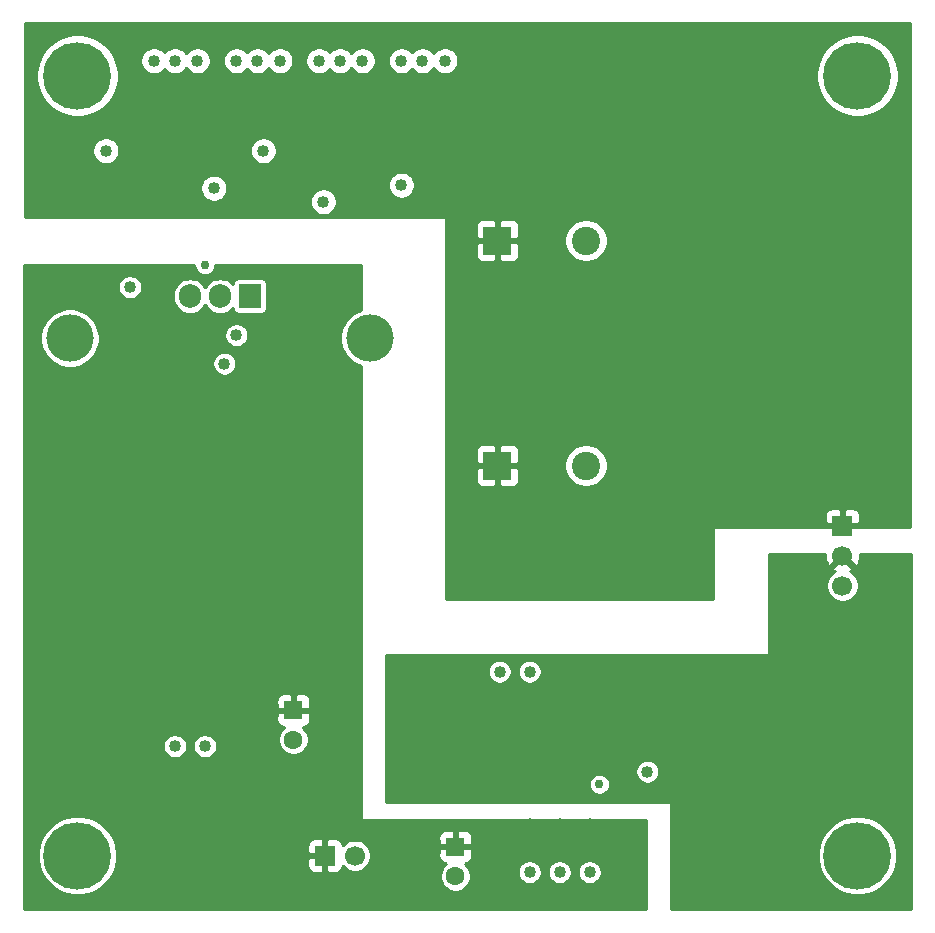
<source format=gbr>
%TF.GenerationSoftware,KiCad,Pcbnew,(5.1.9)-1*%
%TF.CreationDate,2021-10-04T18:28:46-04:00*%
%TF.ProjectId,In9 Music Visualizer RevC,496e3920-4d75-4736-9963-205669737561,rev?*%
%TF.SameCoordinates,Original*%
%TF.FileFunction,Copper,L3,Inr*%
%TF.FilePolarity,Positive*%
%FSLAX46Y46*%
G04 Gerber Fmt 4.6, Leading zero omitted, Abs format (unit mm)*
G04 Created by KiCad (PCBNEW (5.1.9)-1) date 2021-10-04 18:28:46*
%MOMM*%
%LPD*%
G01*
G04 APERTURE LIST*
%TA.AperFunction,ComponentPad*%
%ADD10C,1.700000*%
%TD*%
%TA.AperFunction,ComponentPad*%
%ADD11R,1.700000X1.700000*%
%TD*%
%TA.AperFunction,ComponentPad*%
%ADD12C,1.600000*%
%TD*%
%TA.AperFunction,ComponentPad*%
%ADD13R,1.600000X1.600000*%
%TD*%
%TA.AperFunction,ComponentPad*%
%ADD14C,5.715000*%
%TD*%
%TA.AperFunction,ComponentPad*%
%ADD15O,1.905000X2.000000*%
%TD*%
%TA.AperFunction,ComponentPad*%
%ADD16R,1.905000X2.000000*%
%TD*%
%TA.AperFunction,ComponentPad*%
%ADD17C,4.000000*%
%TD*%
%TA.AperFunction,ComponentPad*%
%ADD18C,2.400000*%
%TD*%
%TA.AperFunction,ComponentPad*%
%ADD19R,2.400000X2.400000*%
%TD*%
%TA.AperFunction,ViaPad*%
%ADD20C,0.762000*%
%TD*%
%TA.AperFunction,ViaPad*%
%ADD21C,1.016000*%
%TD*%
%TA.AperFunction,Conductor*%
%ADD22C,0.254000*%
%TD*%
%TA.AperFunction,Conductor*%
%ADD23C,0.100000*%
%TD*%
G04 APERTURE END LIST*
D10*
%TO.N,+5V*%
%TO.C,J5*%
X120650000Y-96520000D03*
D11*
%TO.N,150V*%
X120650000Y-93980000D03*
D10*
%TO.N,GND*%
X120650000Y-99060000D03*
%TD*%
D12*
%TO.N,GND*%
%TO.C,C22*%
X87884000Y-123658000D03*
D13*
%TO.N,+12V*%
X87884000Y-121158000D03*
%TD*%
D14*
%TO.N,N/C*%
%TO.C,REF\u002A\u002A*%
X121920000Y-121920000D03*
%TD*%
%TO.N,N/C*%
%TO.C,REF\u002A\u002A*%
X121920000Y-55880000D03*
%TD*%
%TO.N,N/C*%
%TO.C,REF\u002A\u002A*%
X55880000Y-121920000D03*
%TD*%
%TO.N,N/C*%
%TO.C,REF\u002A\u002A*%
X55880000Y-55880000D03*
%TD*%
D15*
%TO.N,Net-(C17-Pad1)*%
%TO.C,Q2*%
X65405000Y-74549000D03*
%TO.N,Net-(D1-Pad2)*%
X67945000Y-74549000D03*
D16*
%TO.N,Net-(Q2-Pad1)*%
X70485000Y-74549000D03*
%TD*%
D10*
%TO.N,GND*%
%TO.C,J1*%
X79375000Y-121920000D03*
D11*
%TO.N,+12V*%
X76835000Y-121920000D03*
%TD*%
D17*
%TO.N,N/C*%
%TO.C,HS1*%
X80645000Y-78105000D03*
X55245000Y-78105000D03*
%TD*%
D18*
%TO.N,GND*%
%TO.C,C9*%
X98940000Y-69850000D03*
D19*
%TO.N,150V*%
X91440000Y-69850000D03*
%TD*%
D18*
%TO.N,GND*%
%TO.C,C8*%
X98940000Y-88900000D03*
D19*
%TO.N,150V*%
X91440000Y-88900000D03*
%TD*%
D12*
%TO.N,GND*%
%TO.C,C5*%
X74168000Y-112101000D03*
D13*
%TO.N,+12V*%
X74168000Y-109601000D03*
%TD*%
D20*
%TO.N,GND*%
X100076000Y-115887500D03*
D21*
X104140000Y-114808000D03*
X64135000Y-112649000D03*
X66675000Y-112649000D03*
X83312000Y-54610000D03*
X85090000Y-54610000D03*
X86995000Y-54610000D03*
X76327000Y-54610000D03*
X78105000Y-54610000D03*
X80010000Y-54610000D03*
X69342000Y-54610000D03*
X71120000Y-54610000D03*
X73025000Y-54610000D03*
X62357000Y-54610000D03*
X64135000Y-54610000D03*
X66040000Y-54610000D03*
X83312000Y-65151000D03*
X60325000Y-73787000D03*
X58293000Y-62230000D03*
X69342000Y-77851000D03*
X67437000Y-65405000D03*
X71628000Y-62230000D03*
X76708000Y-66548000D03*
X68326000Y-80264000D03*
D20*
X66675000Y-71882000D03*
D21*
X94170500Y-106362500D03*
X91630500Y-106362500D03*
X94170500Y-123317000D03*
X96710500Y-123317000D03*
X99250500Y-123317000D03*
%TO.N,+5V*%
X89090500Y-110426500D03*
X96710500Y-110426500D03*
X109220000Y-114808000D03*
X106680000Y-114808000D03*
X91630500Y-110426500D03*
X94170500Y-110426500D03*
%TO.N,+12V*%
X60960000Y-107315000D03*
X62865000Y-107315000D03*
X64770000Y-107315000D03*
X66675000Y-107315000D03*
X68580000Y-107315000D03*
X70485000Y-107315000D03*
X72390000Y-107315000D03*
X64135000Y-108585000D03*
X66675000Y-108585000D03*
X57785000Y-73787000D03*
X94170500Y-119253000D03*
X96710500Y-119253000D03*
X99250500Y-119253000D03*
%TO.N,150V*%
X83312000Y-59944000D03*
X85090000Y-59944000D03*
X86995000Y-59944000D03*
X76327000Y-59944000D03*
X78105000Y-59944000D03*
X80010000Y-59944000D03*
X69342000Y-59944000D03*
X71120000Y-59944000D03*
X73025000Y-59944000D03*
X62357000Y-59944000D03*
X66040000Y-59944000D03*
X64135000Y-59944000D03*
%TD*%
D22*
%TO.N,150V*%
X126340000Y-94107000D02*
X109855000Y-94107000D01*
X109830224Y-94109440D01*
X109806399Y-94116667D01*
X109784443Y-94128403D01*
X109765197Y-94144197D01*
X109749403Y-94163443D01*
X109737667Y-94185399D01*
X109730440Y-94209224D01*
X109728000Y-94234000D01*
X109728000Y-100203000D01*
X87122000Y-100203000D01*
X87122000Y-93130000D01*
X119161928Y-93130000D01*
X119165000Y-93694250D01*
X119323750Y-93853000D01*
X120523000Y-93853000D01*
X120523000Y-92653750D01*
X120777000Y-92653750D01*
X120777000Y-93853000D01*
X121976250Y-93853000D01*
X122135000Y-93694250D01*
X122138072Y-93130000D01*
X122125812Y-93005518D01*
X122089502Y-92885820D01*
X122030537Y-92775506D01*
X121951185Y-92678815D01*
X121854494Y-92599463D01*
X121744180Y-92540498D01*
X121624482Y-92504188D01*
X121500000Y-92491928D01*
X120935750Y-92495000D01*
X120777000Y-92653750D01*
X120523000Y-92653750D01*
X120364250Y-92495000D01*
X119800000Y-92491928D01*
X119675518Y-92504188D01*
X119555820Y-92540498D01*
X119445506Y-92599463D01*
X119348815Y-92678815D01*
X119269463Y-92775506D01*
X119210498Y-92885820D01*
X119174188Y-93005518D01*
X119161928Y-93130000D01*
X87122000Y-93130000D01*
X87122000Y-90100000D01*
X89601928Y-90100000D01*
X89614188Y-90224482D01*
X89650498Y-90344180D01*
X89709463Y-90454494D01*
X89788815Y-90551185D01*
X89885506Y-90630537D01*
X89995820Y-90689502D01*
X90115518Y-90725812D01*
X90240000Y-90738072D01*
X91154250Y-90735000D01*
X91313000Y-90576250D01*
X91313000Y-89027000D01*
X91567000Y-89027000D01*
X91567000Y-90576250D01*
X91725750Y-90735000D01*
X92640000Y-90738072D01*
X92764482Y-90725812D01*
X92884180Y-90689502D01*
X92994494Y-90630537D01*
X93091185Y-90551185D01*
X93170537Y-90454494D01*
X93229502Y-90344180D01*
X93265812Y-90224482D01*
X93278072Y-90100000D01*
X93275000Y-89185750D01*
X93116250Y-89027000D01*
X91567000Y-89027000D01*
X91313000Y-89027000D01*
X89763750Y-89027000D01*
X89605000Y-89185750D01*
X89601928Y-90100000D01*
X87122000Y-90100000D01*
X87122000Y-87700000D01*
X89601928Y-87700000D01*
X89605000Y-88614250D01*
X89763750Y-88773000D01*
X91313000Y-88773000D01*
X91313000Y-87223750D01*
X91567000Y-87223750D01*
X91567000Y-88773000D01*
X93116250Y-88773000D01*
X93169982Y-88719268D01*
X97105000Y-88719268D01*
X97105000Y-89080732D01*
X97175518Y-89435250D01*
X97313844Y-89769199D01*
X97514662Y-90069744D01*
X97770256Y-90325338D01*
X98070801Y-90526156D01*
X98404750Y-90664482D01*
X98759268Y-90735000D01*
X99120732Y-90735000D01*
X99475250Y-90664482D01*
X99809199Y-90526156D01*
X100109744Y-90325338D01*
X100365338Y-90069744D01*
X100566156Y-89769199D01*
X100704482Y-89435250D01*
X100775000Y-89080732D01*
X100775000Y-88719268D01*
X100704482Y-88364750D01*
X100566156Y-88030801D01*
X100365338Y-87730256D01*
X100109744Y-87474662D01*
X99809199Y-87273844D01*
X99475250Y-87135518D01*
X99120732Y-87065000D01*
X98759268Y-87065000D01*
X98404750Y-87135518D01*
X98070801Y-87273844D01*
X97770256Y-87474662D01*
X97514662Y-87730256D01*
X97313844Y-88030801D01*
X97175518Y-88364750D01*
X97105000Y-88719268D01*
X93169982Y-88719268D01*
X93275000Y-88614250D01*
X93278072Y-87700000D01*
X93265812Y-87575518D01*
X93229502Y-87455820D01*
X93170537Y-87345506D01*
X93091185Y-87248815D01*
X92994494Y-87169463D01*
X92884180Y-87110498D01*
X92764482Y-87074188D01*
X92640000Y-87061928D01*
X91725750Y-87065000D01*
X91567000Y-87223750D01*
X91313000Y-87223750D01*
X91154250Y-87065000D01*
X90240000Y-87061928D01*
X90115518Y-87074188D01*
X89995820Y-87110498D01*
X89885506Y-87169463D01*
X89788815Y-87248815D01*
X89709463Y-87345506D01*
X89650498Y-87455820D01*
X89614188Y-87575518D01*
X89601928Y-87700000D01*
X87122000Y-87700000D01*
X87122000Y-71050000D01*
X89601928Y-71050000D01*
X89614188Y-71174482D01*
X89650498Y-71294180D01*
X89709463Y-71404494D01*
X89788815Y-71501185D01*
X89885506Y-71580537D01*
X89995820Y-71639502D01*
X90115518Y-71675812D01*
X90240000Y-71688072D01*
X91154250Y-71685000D01*
X91313000Y-71526250D01*
X91313000Y-69977000D01*
X91567000Y-69977000D01*
X91567000Y-71526250D01*
X91725750Y-71685000D01*
X92640000Y-71688072D01*
X92764482Y-71675812D01*
X92884180Y-71639502D01*
X92994494Y-71580537D01*
X93091185Y-71501185D01*
X93170537Y-71404494D01*
X93229502Y-71294180D01*
X93265812Y-71174482D01*
X93278072Y-71050000D01*
X93275000Y-70135750D01*
X93116250Y-69977000D01*
X91567000Y-69977000D01*
X91313000Y-69977000D01*
X89763750Y-69977000D01*
X89605000Y-70135750D01*
X89601928Y-71050000D01*
X87122000Y-71050000D01*
X87122000Y-68650000D01*
X89601928Y-68650000D01*
X89605000Y-69564250D01*
X89763750Y-69723000D01*
X91313000Y-69723000D01*
X91313000Y-68173750D01*
X91567000Y-68173750D01*
X91567000Y-69723000D01*
X93116250Y-69723000D01*
X93169982Y-69669268D01*
X97105000Y-69669268D01*
X97105000Y-70030732D01*
X97175518Y-70385250D01*
X97313844Y-70719199D01*
X97514662Y-71019744D01*
X97770256Y-71275338D01*
X98070801Y-71476156D01*
X98404750Y-71614482D01*
X98759268Y-71685000D01*
X99120732Y-71685000D01*
X99475250Y-71614482D01*
X99809199Y-71476156D01*
X100109744Y-71275338D01*
X100365338Y-71019744D01*
X100566156Y-70719199D01*
X100704482Y-70385250D01*
X100775000Y-70030732D01*
X100775000Y-69669268D01*
X100704482Y-69314750D01*
X100566156Y-68980801D01*
X100365338Y-68680256D01*
X100109744Y-68424662D01*
X99809199Y-68223844D01*
X99475250Y-68085518D01*
X99120732Y-68015000D01*
X98759268Y-68015000D01*
X98404750Y-68085518D01*
X98070801Y-68223844D01*
X97770256Y-68424662D01*
X97514662Y-68680256D01*
X97313844Y-68980801D01*
X97175518Y-69314750D01*
X97105000Y-69669268D01*
X93169982Y-69669268D01*
X93275000Y-69564250D01*
X93278072Y-68650000D01*
X93265812Y-68525518D01*
X93229502Y-68405820D01*
X93170537Y-68295506D01*
X93091185Y-68198815D01*
X92994494Y-68119463D01*
X92884180Y-68060498D01*
X92764482Y-68024188D01*
X92640000Y-68011928D01*
X91725750Y-68015000D01*
X91567000Y-68173750D01*
X91313000Y-68173750D01*
X91154250Y-68015000D01*
X90240000Y-68011928D01*
X90115518Y-68024188D01*
X89995820Y-68060498D01*
X89885506Y-68119463D01*
X89788815Y-68198815D01*
X89709463Y-68295506D01*
X89650498Y-68405820D01*
X89614188Y-68525518D01*
X89601928Y-68650000D01*
X87122000Y-68650000D01*
X87122000Y-67945000D01*
X87119560Y-67920224D01*
X87112333Y-67896399D01*
X87100597Y-67874443D01*
X87084803Y-67855197D01*
X87065557Y-67839403D01*
X87043601Y-67827667D01*
X87019776Y-67820440D01*
X86995000Y-67818000D01*
X51460000Y-67818000D01*
X51460000Y-65292424D01*
X66294000Y-65292424D01*
X66294000Y-65517576D01*
X66337925Y-65738401D01*
X66424087Y-65946413D01*
X66549174Y-66133620D01*
X66708380Y-66292826D01*
X66895587Y-66417913D01*
X67103599Y-66504075D01*
X67324424Y-66548000D01*
X67549576Y-66548000D01*
X67770401Y-66504075D01*
X67936138Y-66435424D01*
X75565000Y-66435424D01*
X75565000Y-66660576D01*
X75608925Y-66881401D01*
X75695087Y-67089413D01*
X75820174Y-67276620D01*
X75979380Y-67435826D01*
X76166587Y-67560913D01*
X76374599Y-67647075D01*
X76595424Y-67691000D01*
X76820576Y-67691000D01*
X77041401Y-67647075D01*
X77249413Y-67560913D01*
X77436620Y-67435826D01*
X77595826Y-67276620D01*
X77720913Y-67089413D01*
X77807075Y-66881401D01*
X77851000Y-66660576D01*
X77851000Y-66435424D01*
X77807075Y-66214599D01*
X77720913Y-66006587D01*
X77595826Y-65819380D01*
X77436620Y-65660174D01*
X77249413Y-65535087D01*
X77041401Y-65448925D01*
X76820576Y-65405000D01*
X76595424Y-65405000D01*
X76374599Y-65448925D01*
X76166587Y-65535087D01*
X75979380Y-65660174D01*
X75820174Y-65819380D01*
X75695087Y-66006587D01*
X75608925Y-66214599D01*
X75565000Y-66435424D01*
X67936138Y-66435424D01*
X67978413Y-66417913D01*
X68165620Y-66292826D01*
X68324826Y-66133620D01*
X68449913Y-65946413D01*
X68536075Y-65738401D01*
X68580000Y-65517576D01*
X68580000Y-65292424D01*
X68536075Y-65071599D01*
X68522334Y-65038424D01*
X82169000Y-65038424D01*
X82169000Y-65263576D01*
X82212925Y-65484401D01*
X82299087Y-65692413D01*
X82424174Y-65879620D01*
X82583380Y-66038826D01*
X82770587Y-66163913D01*
X82978599Y-66250075D01*
X83199424Y-66294000D01*
X83424576Y-66294000D01*
X83645401Y-66250075D01*
X83853413Y-66163913D01*
X84040620Y-66038826D01*
X84199826Y-65879620D01*
X84324913Y-65692413D01*
X84411075Y-65484401D01*
X84455000Y-65263576D01*
X84455000Y-65038424D01*
X84411075Y-64817599D01*
X84324913Y-64609587D01*
X84199826Y-64422380D01*
X84040620Y-64263174D01*
X83853413Y-64138087D01*
X83645401Y-64051925D01*
X83424576Y-64008000D01*
X83199424Y-64008000D01*
X82978599Y-64051925D01*
X82770587Y-64138087D01*
X82583380Y-64263174D01*
X82424174Y-64422380D01*
X82299087Y-64609587D01*
X82212925Y-64817599D01*
X82169000Y-65038424D01*
X68522334Y-65038424D01*
X68449913Y-64863587D01*
X68324826Y-64676380D01*
X68165620Y-64517174D01*
X67978413Y-64392087D01*
X67770401Y-64305925D01*
X67549576Y-64262000D01*
X67324424Y-64262000D01*
X67103599Y-64305925D01*
X66895587Y-64392087D01*
X66708380Y-64517174D01*
X66549174Y-64676380D01*
X66424087Y-64863587D01*
X66337925Y-65071599D01*
X66294000Y-65292424D01*
X51460000Y-65292424D01*
X51460000Y-62117424D01*
X57150000Y-62117424D01*
X57150000Y-62342576D01*
X57193925Y-62563401D01*
X57280087Y-62771413D01*
X57405174Y-62958620D01*
X57564380Y-63117826D01*
X57751587Y-63242913D01*
X57959599Y-63329075D01*
X58180424Y-63373000D01*
X58405576Y-63373000D01*
X58626401Y-63329075D01*
X58834413Y-63242913D01*
X59021620Y-63117826D01*
X59180826Y-62958620D01*
X59305913Y-62771413D01*
X59392075Y-62563401D01*
X59436000Y-62342576D01*
X59436000Y-62117424D01*
X70485000Y-62117424D01*
X70485000Y-62342576D01*
X70528925Y-62563401D01*
X70615087Y-62771413D01*
X70740174Y-62958620D01*
X70899380Y-63117826D01*
X71086587Y-63242913D01*
X71294599Y-63329075D01*
X71515424Y-63373000D01*
X71740576Y-63373000D01*
X71961401Y-63329075D01*
X72169413Y-63242913D01*
X72356620Y-63117826D01*
X72515826Y-62958620D01*
X72640913Y-62771413D01*
X72727075Y-62563401D01*
X72771000Y-62342576D01*
X72771000Y-62117424D01*
X72727075Y-61896599D01*
X72640913Y-61688587D01*
X72515826Y-61501380D01*
X72356620Y-61342174D01*
X72169413Y-61217087D01*
X71961401Y-61130925D01*
X71740576Y-61087000D01*
X71515424Y-61087000D01*
X71294599Y-61130925D01*
X71086587Y-61217087D01*
X70899380Y-61342174D01*
X70740174Y-61501380D01*
X70615087Y-61688587D01*
X70528925Y-61896599D01*
X70485000Y-62117424D01*
X59436000Y-62117424D01*
X59392075Y-61896599D01*
X59305913Y-61688587D01*
X59180826Y-61501380D01*
X59021620Y-61342174D01*
X58834413Y-61217087D01*
X58626401Y-61130925D01*
X58405576Y-61087000D01*
X58180424Y-61087000D01*
X57959599Y-61130925D01*
X57751587Y-61217087D01*
X57564380Y-61342174D01*
X57405174Y-61501380D01*
X57280087Y-61688587D01*
X57193925Y-61896599D01*
X57150000Y-62117424D01*
X51460000Y-62117424D01*
X51460000Y-55536019D01*
X52387500Y-55536019D01*
X52387500Y-56223981D01*
X52521715Y-56898725D01*
X52784986Y-57534319D01*
X53167198Y-58106339D01*
X53653661Y-58592802D01*
X54225681Y-58975014D01*
X54861275Y-59238285D01*
X55536019Y-59372500D01*
X56223981Y-59372500D01*
X56898725Y-59238285D01*
X57534319Y-58975014D01*
X58106339Y-58592802D01*
X58592802Y-58106339D01*
X58975014Y-57534319D01*
X59238285Y-56898725D01*
X59372500Y-56223981D01*
X59372500Y-55536019D01*
X59238285Y-54861275D01*
X59087574Y-54497424D01*
X61214000Y-54497424D01*
X61214000Y-54722576D01*
X61257925Y-54943401D01*
X61344087Y-55151413D01*
X61469174Y-55338620D01*
X61628380Y-55497826D01*
X61815587Y-55622913D01*
X62023599Y-55709075D01*
X62244424Y-55753000D01*
X62469576Y-55753000D01*
X62690401Y-55709075D01*
X62898413Y-55622913D01*
X63085620Y-55497826D01*
X63244826Y-55338620D01*
X63246000Y-55336863D01*
X63247174Y-55338620D01*
X63406380Y-55497826D01*
X63593587Y-55622913D01*
X63801599Y-55709075D01*
X64022424Y-55753000D01*
X64247576Y-55753000D01*
X64468401Y-55709075D01*
X64676413Y-55622913D01*
X64863620Y-55497826D01*
X65022826Y-55338620D01*
X65087500Y-55241828D01*
X65152174Y-55338620D01*
X65311380Y-55497826D01*
X65498587Y-55622913D01*
X65706599Y-55709075D01*
X65927424Y-55753000D01*
X66152576Y-55753000D01*
X66373401Y-55709075D01*
X66581413Y-55622913D01*
X66768620Y-55497826D01*
X66927826Y-55338620D01*
X67052913Y-55151413D01*
X67139075Y-54943401D01*
X67183000Y-54722576D01*
X67183000Y-54497424D01*
X68199000Y-54497424D01*
X68199000Y-54722576D01*
X68242925Y-54943401D01*
X68329087Y-55151413D01*
X68454174Y-55338620D01*
X68613380Y-55497826D01*
X68800587Y-55622913D01*
X69008599Y-55709075D01*
X69229424Y-55753000D01*
X69454576Y-55753000D01*
X69675401Y-55709075D01*
X69883413Y-55622913D01*
X70070620Y-55497826D01*
X70229826Y-55338620D01*
X70231000Y-55336863D01*
X70232174Y-55338620D01*
X70391380Y-55497826D01*
X70578587Y-55622913D01*
X70786599Y-55709075D01*
X71007424Y-55753000D01*
X71232576Y-55753000D01*
X71453401Y-55709075D01*
X71661413Y-55622913D01*
X71848620Y-55497826D01*
X72007826Y-55338620D01*
X72072500Y-55241828D01*
X72137174Y-55338620D01*
X72296380Y-55497826D01*
X72483587Y-55622913D01*
X72691599Y-55709075D01*
X72912424Y-55753000D01*
X73137576Y-55753000D01*
X73358401Y-55709075D01*
X73566413Y-55622913D01*
X73753620Y-55497826D01*
X73912826Y-55338620D01*
X74037913Y-55151413D01*
X74124075Y-54943401D01*
X74168000Y-54722576D01*
X74168000Y-54497424D01*
X75184000Y-54497424D01*
X75184000Y-54722576D01*
X75227925Y-54943401D01*
X75314087Y-55151413D01*
X75439174Y-55338620D01*
X75598380Y-55497826D01*
X75785587Y-55622913D01*
X75993599Y-55709075D01*
X76214424Y-55753000D01*
X76439576Y-55753000D01*
X76660401Y-55709075D01*
X76868413Y-55622913D01*
X77055620Y-55497826D01*
X77214826Y-55338620D01*
X77216000Y-55336863D01*
X77217174Y-55338620D01*
X77376380Y-55497826D01*
X77563587Y-55622913D01*
X77771599Y-55709075D01*
X77992424Y-55753000D01*
X78217576Y-55753000D01*
X78438401Y-55709075D01*
X78646413Y-55622913D01*
X78833620Y-55497826D01*
X78992826Y-55338620D01*
X79057500Y-55241828D01*
X79122174Y-55338620D01*
X79281380Y-55497826D01*
X79468587Y-55622913D01*
X79676599Y-55709075D01*
X79897424Y-55753000D01*
X80122576Y-55753000D01*
X80343401Y-55709075D01*
X80551413Y-55622913D01*
X80738620Y-55497826D01*
X80897826Y-55338620D01*
X81022913Y-55151413D01*
X81109075Y-54943401D01*
X81153000Y-54722576D01*
X81153000Y-54497424D01*
X82169000Y-54497424D01*
X82169000Y-54722576D01*
X82212925Y-54943401D01*
X82299087Y-55151413D01*
X82424174Y-55338620D01*
X82583380Y-55497826D01*
X82770587Y-55622913D01*
X82978599Y-55709075D01*
X83199424Y-55753000D01*
X83424576Y-55753000D01*
X83645401Y-55709075D01*
X83853413Y-55622913D01*
X84040620Y-55497826D01*
X84199826Y-55338620D01*
X84201000Y-55336863D01*
X84202174Y-55338620D01*
X84361380Y-55497826D01*
X84548587Y-55622913D01*
X84756599Y-55709075D01*
X84977424Y-55753000D01*
X85202576Y-55753000D01*
X85423401Y-55709075D01*
X85631413Y-55622913D01*
X85818620Y-55497826D01*
X85977826Y-55338620D01*
X86042500Y-55241828D01*
X86107174Y-55338620D01*
X86266380Y-55497826D01*
X86453587Y-55622913D01*
X86661599Y-55709075D01*
X86882424Y-55753000D01*
X87107576Y-55753000D01*
X87328401Y-55709075D01*
X87536413Y-55622913D01*
X87666459Y-55536019D01*
X118427500Y-55536019D01*
X118427500Y-56223981D01*
X118561715Y-56898725D01*
X118824986Y-57534319D01*
X119207198Y-58106339D01*
X119693661Y-58592802D01*
X120265681Y-58975014D01*
X120901275Y-59238285D01*
X121576019Y-59372500D01*
X122263981Y-59372500D01*
X122938725Y-59238285D01*
X123574319Y-58975014D01*
X124146339Y-58592802D01*
X124632802Y-58106339D01*
X125015014Y-57534319D01*
X125278285Y-56898725D01*
X125412500Y-56223981D01*
X125412500Y-55536019D01*
X125278285Y-54861275D01*
X125015014Y-54225681D01*
X124632802Y-53653661D01*
X124146339Y-53167198D01*
X123574319Y-52784986D01*
X122938725Y-52521715D01*
X122263981Y-52387500D01*
X121576019Y-52387500D01*
X120901275Y-52521715D01*
X120265681Y-52784986D01*
X119693661Y-53167198D01*
X119207198Y-53653661D01*
X118824986Y-54225681D01*
X118561715Y-54861275D01*
X118427500Y-55536019D01*
X87666459Y-55536019D01*
X87723620Y-55497826D01*
X87882826Y-55338620D01*
X88007913Y-55151413D01*
X88094075Y-54943401D01*
X88138000Y-54722576D01*
X88138000Y-54497424D01*
X88094075Y-54276599D01*
X88007913Y-54068587D01*
X87882826Y-53881380D01*
X87723620Y-53722174D01*
X87536413Y-53597087D01*
X87328401Y-53510925D01*
X87107576Y-53467000D01*
X86882424Y-53467000D01*
X86661599Y-53510925D01*
X86453587Y-53597087D01*
X86266380Y-53722174D01*
X86107174Y-53881380D01*
X86042500Y-53978172D01*
X85977826Y-53881380D01*
X85818620Y-53722174D01*
X85631413Y-53597087D01*
X85423401Y-53510925D01*
X85202576Y-53467000D01*
X84977424Y-53467000D01*
X84756599Y-53510925D01*
X84548587Y-53597087D01*
X84361380Y-53722174D01*
X84202174Y-53881380D01*
X84201000Y-53883137D01*
X84199826Y-53881380D01*
X84040620Y-53722174D01*
X83853413Y-53597087D01*
X83645401Y-53510925D01*
X83424576Y-53467000D01*
X83199424Y-53467000D01*
X82978599Y-53510925D01*
X82770587Y-53597087D01*
X82583380Y-53722174D01*
X82424174Y-53881380D01*
X82299087Y-54068587D01*
X82212925Y-54276599D01*
X82169000Y-54497424D01*
X81153000Y-54497424D01*
X81109075Y-54276599D01*
X81022913Y-54068587D01*
X80897826Y-53881380D01*
X80738620Y-53722174D01*
X80551413Y-53597087D01*
X80343401Y-53510925D01*
X80122576Y-53467000D01*
X79897424Y-53467000D01*
X79676599Y-53510925D01*
X79468587Y-53597087D01*
X79281380Y-53722174D01*
X79122174Y-53881380D01*
X79057500Y-53978172D01*
X78992826Y-53881380D01*
X78833620Y-53722174D01*
X78646413Y-53597087D01*
X78438401Y-53510925D01*
X78217576Y-53467000D01*
X77992424Y-53467000D01*
X77771599Y-53510925D01*
X77563587Y-53597087D01*
X77376380Y-53722174D01*
X77217174Y-53881380D01*
X77216000Y-53883137D01*
X77214826Y-53881380D01*
X77055620Y-53722174D01*
X76868413Y-53597087D01*
X76660401Y-53510925D01*
X76439576Y-53467000D01*
X76214424Y-53467000D01*
X75993599Y-53510925D01*
X75785587Y-53597087D01*
X75598380Y-53722174D01*
X75439174Y-53881380D01*
X75314087Y-54068587D01*
X75227925Y-54276599D01*
X75184000Y-54497424D01*
X74168000Y-54497424D01*
X74124075Y-54276599D01*
X74037913Y-54068587D01*
X73912826Y-53881380D01*
X73753620Y-53722174D01*
X73566413Y-53597087D01*
X73358401Y-53510925D01*
X73137576Y-53467000D01*
X72912424Y-53467000D01*
X72691599Y-53510925D01*
X72483587Y-53597087D01*
X72296380Y-53722174D01*
X72137174Y-53881380D01*
X72072500Y-53978172D01*
X72007826Y-53881380D01*
X71848620Y-53722174D01*
X71661413Y-53597087D01*
X71453401Y-53510925D01*
X71232576Y-53467000D01*
X71007424Y-53467000D01*
X70786599Y-53510925D01*
X70578587Y-53597087D01*
X70391380Y-53722174D01*
X70232174Y-53881380D01*
X70231000Y-53883137D01*
X70229826Y-53881380D01*
X70070620Y-53722174D01*
X69883413Y-53597087D01*
X69675401Y-53510925D01*
X69454576Y-53467000D01*
X69229424Y-53467000D01*
X69008599Y-53510925D01*
X68800587Y-53597087D01*
X68613380Y-53722174D01*
X68454174Y-53881380D01*
X68329087Y-54068587D01*
X68242925Y-54276599D01*
X68199000Y-54497424D01*
X67183000Y-54497424D01*
X67139075Y-54276599D01*
X67052913Y-54068587D01*
X66927826Y-53881380D01*
X66768620Y-53722174D01*
X66581413Y-53597087D01*
X66373401Y-53510925D01*
X66152576Y-53467000D01*
X65927424Y-53467000D01*
X65706599Y-53510925D01*
X65498587Y-53597087D01*
X65311380Y-53722174D01*
X65152174Y-53881380D01*
X65087500Y-53978172D01*
X65022826Y-53881380D01*
X64863620Y-53722174D01*
X64676413Y-53597087D01*
X64468401Y-53510925D01*
X64247576Y-53467000D01*
X64022424Y-53467000D01*
X63801599Y-53510925D01*
X63593587Y-53597087D01*
X63406380Y-53722174D01*
X63247174Y-53881380D01*
X63246000Y-53883137D01*
X63244826Y-53881380D01*
X63085620Y-53722174D01*
X62898413Y-53597087D01*
X62690401Y-53510925D01*
X62469576Y-53467000D01*
X62244424Y-53467000D01*
X62023599Y-53510925D01*
X61815587Y-53597087D01*
X61628380Y-53722174D01*
X61469174Y-53881380D01*
X61344087Y-54068587D01*
X61257925Y-54276599D01*
X61214000Y-54497424D01*
X59087574Y-54497424D01*
X58975014Y-54225681D01*
X58592802Y-53653661D01*
X58106339Y-53167198D01*
X57534319Y-52784986D01*
X56898725Y-52521715D01*
X56223981Y-52387500D01*
X55536019Y-52387500D01*
X54861275Y-52521715D01*
X54225681Y-52784986D01*
X53653661Y-53167198D01*
X53167198Y-53653661D01*
X52784986Y-54225681D01*
X52521715Y-54861275D01*
X52387500Y-55536019D01*
X51460000Y-55536019D01*
X51460000Y-51460000D01*
X126340001Y-51460000D01*
X126340000Y-94107000D01*
%TA.AperFunction,Conductor*%
D23*
G36*
X126340000Y-94107000D02*
G01*
X109855000Y-94107000D01*
X109830224Y-94109440D01*
X109806399Y-94116667D01*
X109784443Y-94128403D01*
X109765197Y-94144197D01*
X109749403Y-94163443D01*
X109737667Y-94185399D01*
X109730440Y-94209224D01*
X109728000Y-94234000D01*
X109728000Y-100203000D01*
X87122000Y-100203000D01*
X87122000Y-93130000D01*
X119161928Y-93130000D01*
X119165000Y-93694250D01*
X119323750Y-93853000D01*
X120523000Y-93853000D01*
X120523000Y-92653750D01*
X120777000Y-92653750D01*
X120777000Y-93853000D01*
X121976250Y-93853000D01*
X122135000Y-93694250D01*
X122138072Y-93130000D01*
X122125812Y-93005518D01*
X122089502Y-92885820D01*
X122030537Y-92775506D01*
X121951185Y-92678815D01*
X121854494Y-92599463D01*
X121744180Y-92540498D01*
X121624482Y-92504188D01*
X121500000Y-92491928D01*
X120935750Y-92495000D01*
X120777000Y-92653750D01*
X120523000Y-92653750D01*
X120364250Y-92495000D01*
X119800000Y-92491928D01*
X119675518Y-92504188D01*
X119555820Y-92540498D01*
X119445506Y-92599463D01*
X119348815Y-92678815D01*
X119269463Y-92775506D01*
X119210498Y-92885820D01*
X119174188Y-93005518D01*
X119161928Y-93130000D01*
X87122000Y-93130000D01*
X87122000Y-90100000D01*
X89601928Y-90100000D01*
X89614188Y-90224482D01*
X89650498Y-90344180D01*
X89709463Y-90454494D01*
X89788815Y-90551185D01*
X89885506Y-90630537D01*
X89995820Y-90689502D01*
X90115518Y-90725812D01*
X90240000Y-90738072D01*
X91154250Y-90735000D01*
X91313000Y-90576250D01*
X91313000Y-89027000D01*
X91567000Y-89027000D01*
X91567000Y-90576250D01*
X91725750Y-90735000D01*
X92640000Y-90738072D01*
X92764482Y-90725812D01*
X92884180Y-90689502D01*
X92994494Y-90630537D01*
X93091185Y-90551185D01*
X93170537Y-90454494D01*
X93229502Y-90344180D01*
X93265812Y-90224482D01*
X93278072Y-90100000D01*
X93275000Y-89185750D01*
X93116250Y-89027000D01*
X91567000Y-89027000D01*
X91313000Y-89027000D01*
X89763750Y-89027000D01*
X89605000Y-89185750D01*
X89601928Y-90100000D01*
X87122000Y-90100000D01*
X87122000Y-87700000D01*
X89601928Y-87700000D01*
X89605000Y-88614250D01*
X89763750Y-88773000D01*
X91313000Y-88773000D01*
X91313000Y-87223750D01*
X91567000Y-87223750D01*
X91567000Y-88773000D01*
X93116250Y-88773000D01*
X93169982Y-88719268D01*
X97105000Y-88719268D01*
X97105000Y-89080732D01*
X97175518Y-89435250D01*
X97313844Y-89769199D01*
X97514662Y-90069744D01*
X97770256Y-90325338D01*
X98070801Y-90526156D01*
X98404750Y-90664482D01*
X98759268Y-90735000D01*
X99120732Y-90735000D01*
X99475250Y-90664482D01*
X99809199Y-90526156D01*
X100109744Y-90325338D01*
X100365338Y-90069744D01*
X100566156Y-89769199D01*
X100704482Y-89435250D01*
X100775000Y-89080732D01*
X100775000Y-88719268D01*
X100704482Y-88364750D01*
X100566156Y-88030801D01*
X100365338Y-87730256D01*
X100109744Y-87474662D01*
X99809199Y-87273844D01*
X99475250Y-87135518D01*
X99120732Y-87065000D01*
X98759268Y-87065000D01*
X98404750Y-87135518D01*
X98070801Y-87273844D01*
X97770256Y-87474662D01*
X97514662Y-87730256D01*
X97313844Y-88030801D01*
X97175518Y-88364750D01*
X97105000Y-88719268D01*
X93169982Y-88719268D01*
X93275000Y-88614250D01*
X93278072Y-87700000D01*
X93265812Y-87575518D01*
X93229502Y-87455820D01*
X93170537Y-87345506D01*
X93091185Y-87248815D01*
X92994494Y-87169463D01*
X92884180Y-87110498D01*
X92764482Y-87074188D01*
X92640000Y-87061928D01*
X91725750Y-87065000D01*
X91567000Y-87223750D01*
X91313000Y-87223750D01*
X91154250Y-87065000D01*
X90240000Y-87061928D01*
X90115518Y-87074188D01*
X89995820Y-87110498D01*
X89885506Y-87169463D01*
X89788815Y-87248815D01*
X89709463Y-87345506D01*
X89650498Y-87455820D01*
X89614188Y-87575518D01*
X89601928Y-87700000D01*
X87122000Y-87700000D01*
X87122000Y-71050000D01*
X89601928Y-71050000D01*
X89614188Y-71174482D01*
X89650498Y-71294180D01*
X89709463Y-71404494D01*
X89788815Y-71501185D01*
X89885506Y-71580537D01*
X89995820Y-71639502D01*
X90115518Y-71675812D01*
X90240000Y-71688072D01*
X91154250Y-71685000D01*
X91313000Y-71526250D01*
X91313000Y-69977000D01*
X91567000Y-69977000D01*
X91567000Y-71526250D01*
X91725750Y-71685000D01*
X92640000Y-71688072D01*
X92764482Y-71675812D01*
X92884180Y-71639502D01*
X92994494Y-71580537D01*
X93091185Y-71501185D01*
X93170537Y-71404494D01*
X93229502Y-71294180D01*
X93265812Y-71174482D01*
X93278072Y-71050000D01*
X93275000Y-70135750D01*
X93116250Y-69977000D01*
X91567000Y-69977000D01*
X91313000Y-69977000D01*
X89763750Y-69977000D01*
X89605000Y-70135750D01*
X89601928Y-71050000D01*
X87122000Y-71050000D01*
X87122000Y-68650000D01*
X89601928Y-68650000D01*
X89605000Y-69564250D01*
X89763750Y-69723000D01*
X91313000Y-69723000D01*
X91313000Y-68173750D01*
X91567000Y-68173750D01*
X91567000Y-69723000D01*
X93116250Y-69723000D01*
X93169982Y-69669268D01*
X97105000Y-69669268D01*
X97105000Y-70030732D01*
X97175518Y-70385250D01*
X97313844Y-70719199D01*
X97514662Y-71019744D01*
X97770256Y-71275338D01*
X98070801Y-71476156D01*
X98404750Y-71614482D01*
X98759268Y-71685000D01*
X99120732Y-71685000D01*
X99475250Y-71614482D01*
X99809199Y-71476156D01*
X100109744Y-71275338D01*
X100365338Y-71019744D01*
X100566156Y-70719199D01*
X100704482Y-70385250D01*
X100775000Y-70030732D01*
X100775000Y-69669268D01*
X100704482Y-69314750D01*
X100566156Y-68980801D01*
X100365338Y-68680256D01*
X100109744Y-68424662D01*
X99809199Y-68223844D01*
X99475250Y-68085518D01*
X99120732Y-68015000D01*
X98759268Y-68015000D01*
X98404750Y-68085518D01*
X98070801Y-68223844D01*
X97770256Y-68424662D01*
X97514662Y-68680256D01*
X97313844Y-68980801D01*
X97175518Y-69314750D01*
X97105000Y-69669268D01*
X93169982Y-69669268D01*
X93275000Y-69564250D01*
X93278072Y-68650000D01*
X93265812Y-68525518D01*
X93229502Y-68405820D01*
X93170537Y-68295506D01*
X93091185Y-68198815D01*
X92994494Y-68119463D01*
X92884180Y-68060498D01*
X92764482Y-68024188D01*
X92640000Y-68011928D01*
X91725750Y-68015000D01*
X91567000Y-68173750D01*
X91313000Y-68173750D01*
X91154250Y-68015000D01*
X90240000Y-68011928D01*
X90115518Y-68024188D01*
X89995820Y-68060498D01*
X89885506Y-68119463D01*
X89788815Y-68198815D01*
X89709463Y-68295506D01*
X89650498Y-68405820D01*
X89614188Y-68525518D01*
X89601928Y-68650000D01*
X87122000Y-68650000D01*
X87122000Y-67945000D01*
X87119560Y-67920224D01*
X87112333Y-67896399D01*
X87100597Y-67874443D01*
X87084803Y-67855197D01*
X87065557Y-67839403D01*
X87043601Y-67827667D01*
X87019776Y-67820440D01*
X86995000Y-67818000D01*
X51460000Y-67818000D01*
X51460000Y-65292424D01*
X66294000Y-65292424D01*
X66294000Y-65517576D01*
X66337925Y-65738401D01*
X66424087Y-65946413D01*
X66549174Y-66133620D01*
X66708380Y-66292826D01*
X66895587Y-66417913D01*
X67103599Y-66504075D01*
X67324424Y-66548000D01*
X67549576Y-66548000D01*
X67770401Y-66504075D01*
X67936138Y-66435424D01*
X75565000Y-66435424D01*
X75565000Y-66660576D01*
X75608925Y-66881401D01*
X75695087Y-67089413D01*
X75820174Y-67276620D01*
X75979380Y-67435826D01*
X76166587Y-67560913D01*
X76374599Y-67647075D01*
X76595424Y-67691000D01*
X76820576Y-67691000D01*
X77041401Y-67647075D01*
X77249413Y-67560913D01*
X77436620Y-67435826D01*
X77595826Y-67276620D01*
X77720913Y-67089413D01*
X77807075Y-66881401D01*
X77851000Y-66660576D01*
X77851000Y-66435424D01*
X77807075Y-66214599D01*
X77720913Y-66006587D01*
X77595826Y-65819380D01*
X77436620Y-65660174D01*
X77249413Y-65535087D01*
X77041401Y-65448925D01*
X76820576Y-65405000D01*
X76595424Y-65405000D01*
X76374599Y-65448925D01*
X76166587Y-65535087D01*
X75979380Y-65660174D01*
X75820174Y-65819380D01*
X75695087Y-66006587D01*
X75608925Y-66214599D01*
X75565000Y-66435424D01*
X67936138Y-66435424D01*
X67978413Y-66417913D01*
X68165620Y-66292826D01*
X68324826Y-66133620D01*
X68449913Y-65946413D01*
X68536075Y-65738401D01*
X68580000Y-65517576D01*
X68580000Y-65292424D01*
X68536075Y-65071599D01*
X68522334Y-65038424D01*
X82169000Y-65038424D01*
X82169000Y-65263576D01*
X82212925Y-65484401D01*
X82299087Y-65692413D01*
X82424174Y-65879620D01*
X82583380Y-66038826D01*
X82770587Y-66163913D01*
X82978599Y-66250075D01*
X83199424Y-66294000D01*
X83424576Y-66294000D01*
X83645401Y-66250075D01*
X83853413Y-66163913D01*
X84040620Y-66038826D01*
X84199826Y-65879620D01*
X84324913Y-65692413D01*
X84411075Y-65484401D01*
X84455000Y-65263576D01*
X84455000Y-65038424D01*
X84411075Y-64817599D01*
X84324913Y-64609587D01*
X84199826Y-64422380D01*
X84040620Y-64263174D01*
X83853413Y-64138087D01*
X83645401Y-64051925D01*
X83424576Y-64008000D01*
X83199424Y-64008000D01*
X82978599Y-64051925D01*
X82770587Y-64138087D01*
X82583380Y-64263174D01*
X82424174Y-64422380D01*
X82299087Y-64609587D01*
X82212925Y-64817599D01*
X82169000Y-65038424D01*
X68522334Y-65038424D01*
X68449913Y-64863587D01*
X68324826Y-64676380D01*
X68165620Y-64517174D01*
X67978413Y-64392087D01*
X67770401Y-64305925D01*
X67549576Y-64262000D01*
X67324424Y-64262000D01*
X67103599Y-64305925D01*
X66895587Y-64392087D01*
X66708380Y-64517174D01*
X66549174Y-64676380D01*
X66424087Y-64863587D01*
X66337925Y-65071599D01*
X66294000Y-65292424D01*
X51460000Y-65292424D01*
X51460000Y-62117424D01*
X57150000Y-62117424D01*
X57150000Y-62342576D01*
X57193925Y-62563401D01*
X57280087Y-62771413D01*
X57405174Y-62958620D01*
X57564380Y-63117826D01*
X57751587Y-63242913D01*
X57959599Y-63329075D01*
X58180424Y-63373000D01*
X58405576Y-63373000D01*
X58626401Y-63329075D01*
X58834413Y-63242913D01*
X59021620Y-63117826D01*
X59180826Y-62958620D01*
X59305913Y-62771413D01*
X59392075Y-62563401D01*
X59436000Y-62342576D01*
X59436000Y-62117424D01*
X70485000Y-62117424D01*
X70485000Y-62342576D01*
X70528925Y-62563401D01*
X70615087Y-62771413D01*
X70740174Y-62958620D01*
X70899380Y-63117826D01*
X71086587Y-63242913D01*
X71294599Y-63329075D01*
X71515424Y-63373000D01*
X71740576Y-63373000D01*
X71961401Y-63329075D01*
X72169413Y-63242913D01*
X72356620Y-63117826D01*
X72515826Y-62958620D01*
X72640913Y-62771413D01*
X72727075Y-62563401D01*
X72771000Y-62342576D01*
X72771000Y-62117424D01*
X72727075Y-61896599D01*
X72640913Y-61688587D01*
X72515826Y-61501380D01*
X72356620Y-61342174D01*
X72169413Y-61217087D01*
X71961401Y-61130925D01*
X71740576Y-61087000D01*
X71515424Y-61087000D01*
X71294599Y-61130925D01*
X71086587Y-61217087D01*
X70899380Y-61342174D01*
X70740174Y-61501380D01*
X70615087Y-61688587D01*
X70528925Y-61896599D01*
X70485000Y-62117424D01*
X59436000Y-62117424D01*
X59392075Y-61896599D01*
X59305913Y-61688587D01*
X59180826Y-61501380D01*
X59021620Y-61342174D01*
X58834413Y-61217087D01*
X58626401Y-61130925D01*
X58405576Y-61087000D01*
X58180424Y-61087000D01*
X57959599Y-61130925D01*
X57751587Y-61217087D01*
X57564380Y-61342174D01*
X57405174Y-61501380D01*
X57280087Y-61688587D01*
X57193925Y-61896599D01*
X57150000Y-62117424D01*
X51460000Y-62117424D01*
X51460000Y-55536019D01*
X52387500Y-55536019D01*
X52387500Y-56223981D01*
X52521715Y-56898725D01*
X52784986Y-57534319D01*
X53167198Y-58106339D01*
X53653661Y-58592802D01*
X54225681Y-58975014D01*
X54861275Y-59238285D01*
X55536019Y-59372500D01*
X56223981Y-59372500D01*
X56898725Y-59238285D01*
X57534319Y-58975014D01*
X58106339Y-58592802D01*
X58592802Y-58106339D01*
X58975014Y-57534319D01*
X59238285Y-56898725D01*
X59372500Y-56223981D01*
X59372500Y-55536019D01*
X59238285Y-54861275D01*
X59087574Y-54497424D01*
X61214000Y-54497424D01*
X61214000Y-54722576D01*
X61257925Y-54943401D01*
X61344087Y-55151413D01*
X61469174Y-55338620D01*
X61628380Y-55497826D01*
X61815587Y-55622913D01*
X62023599Y-55709075D01*
X62244424Y-55753000D01*
X62469576Y-55753000D01*
X62690401Y-55709075D01*
X62898413Y-55622913D01*
X63085620Y-55497826D01*
X63244826Y-55338620D01*
X63246000Y-55336863D01*
X63247174Y-55338620D01*
X63406380Y-55497826D01*
X63593587Y-55622913D01*
X63801599Y-55709075D01*
X64022424Y-55753000D01*
X64247576Y-55753000D01*
X64468401Y-55709075D01*
X64676413Y-55622913D01*
X64863620Y-55497826D01*
X65022826Y-55338620D01*
X65087500Y-55241828D01*
X65152174Y-55338620D01*
X65311380Y-55497826D01*
X65498587Y-55622913D01*
X65706599Y-55709075D01*
X65927424Y-55753000D01*
X66152576Y-55753000D01*
X66373401Y-55709075D01*
X66581413Y-55622913D01*
X66768620Y-55497826D01*
X66927826Y-55338620D01*
X67052913Y-55151413D01*
X67139075Y-54943401D01*
X67183000Y-54722576D01*
X67183000Y-54497424D01*
X68199000Y-54497424D01*
X68199000Y-54722576D01*
X68242925Y-54943401D01*
X68329087Y-55151413D01*
X68454174Y-55338620D01*
X68613380Y-55497826D01*
X68800587Y-55622913D01*
X69008599Y-55709075D01*
X69229424Y-55753000D01*
X69454576Y-55753000D01*
X69675401Y-55709075D01*
X69883413Y-55622913D01*
X70070620Y-55497826D01*
X70229826Y-55338620D01*
X70231000Y-55336863D01*
X70232174Y-55338620D01*
X70391380Y-55497826D01*
X70578587Y-55622913D01*
X70786599Y-55709075D01*
X71007424Y-55753000D01*
X71232576Y-55753000D01*
X71453401Y-55709075D01*
X71661413Y-55622913D01*
X71848620Y-55497826D01*
X72007826Y-55338620D01*
X72072500Y-55241828D01*
X72137174Y-55338620D01*
X72296380Y-55497826D01*
X72483587Y-55622913D01*
X72691599Y-55709075D01*
X72912424Y-55753000D01*
X73137576Y-55753000D01*
X73358401Y-55709075D01*
X73566413Y-55622913D01*
X73753620Y-55497826D01*
X73912826Y-55338620D01*
X74037913Y-55151413D01*
X74124075Y-54943401D01*
X74168000Y-54722576D01*
X74168000Y-54497424D01*
X75184000Y-54497424D01*
X75184000Y-54722576D01*
X75227925Y-54943401D01*
X75314087Y-55151413D01*
X75439174Y-55338620D01*
X75598380Y-55497826D01*
X75785587Y-55622913D01*
X75993599Y-55709075D01*
X76214424Y-55753000D01*
X76439576Y-55753000D01*
X76660401Y-55709075D01*
X76868413Y-55622913D01*
X77055620Y-55497826D01*
X77214826Y-55338620D01*
X77216000Y-55336863D01*
X77217174Y-55338620D01*
X77376380Y-55497826D01*
X77563587Y-55622913D01*
X77771599Y-55709075D01*
X77992424Y-55753000D01*
X78217576Y-55753000D01*
X78438401Y-55709075D01*
X78646413Y-55622913D01*
X78833620Y-55497826D01*
X78992826Y-55338620D01*
X79057500Y-55241828D01*
X79122174Y-55338620D01*
X79281380Y-55497826D01*
X79468587Y-55622913D01*
X79676599Y-55709075D01*
X79897424Y-55753000D01*
X80122576Y-55753000D01*
X80343401Y-55709075D01*
X80551413Y-55622913D01*
X80738620Y-55497826D01*
X80897826Y-55338620D01*
X81022913Y-55151413D01*
X81109075Y-54943401D01*
X81153000Y-54722576D01*
X81153000Y-54497424D01*
X82169000Y-54497424D01*
X82169000Y-54722576D01*
X82212925Y-54943401D01*
X82299087Y-55151413D01*
X82424174Y-55338620D01*
X82583380Y-55497826D01*
X82770587Y-55622913D01*
X82978599Y-55709075D01*
X83199424Y-55753000D01*
X83424576Y-55753000D01*
X83645401Y-55709075D01*
X83853413Y-55622913D01*
X84040620Y-55497826D01*
X84199826Y-55338620D01*
X84201000Y-55336863D01*
X84202174Y-55338620D01*
X84361380Y-55497826D01*
X84548587Y-55622913D01*
X84756599Y-55709075D01*
X84977424Y-55753000D01*
X85202576Y-55753000D01*
X85423401Y-55709075D01*
X85631413Y-55622913D01*
X85818620Y-55497826D01*
X85977826Y-55338620D01*
X86042500Y-55241828D01*
X86107174Y-55338620D01*
X86266380Y-55497826D01*
X86453587Y-55622913D01*
X86661599Y-55709075D01*
X86882424Y-55753000D01*
X87107576Y-55753000D01*
X87328401Y-55709075D01*
X87536413Y-55622913D01*
X87666459Y-55536019D01*
X118427500Y-55536019D01*
X118427500Y-56223981D01*
X118561715Y-56898725D01*
X118824986Y-57534319D01*
X119207198Y-58106339D01*
X119693661Y-58592802D01*
X120265681Y-58975014D01*
X120901275Y-59238285D01*
X121576019Y-59372500D01*
X122263981Y-59372500D01*
X122938725Y-59238285D01*
X123574319Y-58975014D01*
X124146339Y-58592802D01*
X124632802Y-58106339D01*
X125015014Y-57534319D01*
X125278285Y-56898725D01*
X125412500Y-56223981D01*
X125412500Y-55536019D01*
X125278285Y-54861275D01*
X125015014Y-54225681D01*
X124632802Y-53653661D01*
X124146339Y-53167198D01*
X123574319Y-52784986D01*
X122938725Y-52521715D01*
X122263981Y-52387500D01*
X121576019Y-52387500D01*
X120901275Y-52521715D01*
X120265681Y-52784986D01*
X119693661Y-53167198D01*
X119207198Y-53653661D01*
X118824986Y-54225681D01*
X118561715Y-54861275D01*
X118427500Y-55536019D01*
X87666459Y-55536019D01*
X87723620Y-55497826D01*
X87882826Y-55338620D01*
X88007913Y-55151413D01*
X88094075Y-54943401D01*
X88138000Y-54722576D01*
X88138000Y-54497424D01*
X88094075Y-54276599D01*
X88007913Y-54068587D01*
X87882826Y-53881380D01*
X87723620Y-53722174D01*
X87536413Y-53597087D01*
X87328401Y-53510925D01*
X87107576Y-53467000D01*
X86882424Y-53467000D01*
X86661599Y-53510925D01*
X86453587Y-53597087D01*
X86266380Y-53722174D01*
X86107174Y-53881380D01*
X86042500Y-53978172D01*
X85977826Y-53881380D01*
X85818620Y-53722174D01*
X85631413Y-53597087D01*
X85423401Y-53510925D01*
X85202576Y-53467000D01*
X84977424Y-53467000D01*
X84756599Y-53510925D01*
X84548587Y-53597087D01*
X84361380Y-53722174D01*
X84202174Y-53881380D01*
X84201000Y-53883137D01*
X84199826Y-53881380D01*
X84040620Y-53722174D01*
X83853413Y-53597087D01*
X83645401Y-53510925D01*
X83424576Y-53467000D01*
X83199424Y-53467000D01*
X82978599Y-53510925D01*
X82770587Y-53597087D01*
X82583380Y-53722174D01*
X82424174Y-53881380D01*
X82299087Y-54068587D01*
X82212925Y-54276599D01*
X82169000Y-54497424D01*
X81153000Y-54497424D01*
X81109075Y-54276599D01*
X81022913Y-54068587D01*
X80897826Y-53881380D01*
X80738620Y-53722174D01*
X80551413Y-53597087D01*
X80343401Y-53510925D01*
X80122576Y-53467000D01*
X79897424Y-53467000D01*
X79676599Y-53510925D01*
X79468587Y-53597087D01*
X79281380Y-53722174D01*
X79122174Y-53881380D01*
X79057500Y-53978172D01*
X78992826Y-53881380D01*
X78833620Y-53722174D01*
X78646413Y-53597087D01*
X78438401Y-53510925D01*
X78217576Y-53467000D01*
X77992424Y-53467000D01*
X77771599Y-53510925D01*
X77563587Y-53597087D01*
X77376380Y-53722174D01*
X77217174Y-53881380D01*
X77216000Y-53883137D01*
X77214826Y-53881380D01*
X77055620Y-53722174D01*
X76868413Y-53597087D01*
X76660401Y-53510925D01*
X76439576Y-53467000D01*
X76214424Y-53467000D01*
X75993599Y-53510925D01*
X75785587Y-53597087D01*
X75598380Y-53722174D01*
X75439174Y-53881380D01*
X75314087Y-54068587D01*
X75227925Y-54276599D01*
X75184000Y-54497424D01*
X74168000Y-54497424D01*
X74124075Y-54276599D01*
X74037913Y-54068587D01*
X73912826Y-53881380D01*
X73753620Y-53722174D01*
X73566413Y-53597087D01*
X73358401Y-53510925D01*
X73137576Y-53467000D01*
X72912424Y-53467000D01*
X72691599Y-53510925D01*
X72483587Y-53597087D01*
X72296380Y-53722174D01*
X72137174Y-53881380D01*
X72072500Y-53978172D01*
X72007826Y-53881380D01*
X71848620Y-53722174D01*
X71661413Y-53597087D01*
X71453401Y-53510925D01*
X71232576Y-53467000D01*
X71007424Y-53467000D01*
X70786599Y-53510925D01*
X70578587Y-53597087D01*
X70391380Y-53722174D01*
X70232174Y-53881380D01*
X70231000Y-53883137D01*
X70229826Y-53881380D01*
X70070620Y-53722174D01*
X69883413Y-53597087D01*
X69675401Y-53510925D01*
X69454576Y-53467000D01*
X69229424Y-53467000D01*
X69008599Y-53510925D01*
X68800587Y-53597087D01*
X68613380Y-53722174D01*
X68454174Y-53881380D01*
X68329087Y-54068587D01*
X68242925Y-54276599D01*
X68199000Y-54497424D01*
X67183000Y-54497424D01*
X67139075Y-54276599D01*
X67052913Y-54068587D01*
X66927826Y-53881380D01*
X66768620Y-53722174D01*
X66581413Y-53597087D01*
X66373401Y-53510925D01*
X66152576Y-53467000D01*
X65927424Y-53467000D01*
X65706599Y-53510925D01*
X65498587Y-53597087D01*
X65311380Y-53722174D01*
X65152174Y-53881380D01*
X65087500Y-53978172D01*
X65022826Y-53881380D01*
X64863620Y-53722174D01*
X64676413Y-53597087D01*
X64468401Y-53510925D01*
X64247576Y-53467000D01*
X64022424Y-53467000D01*
X63801599Y-53510925D01*
X63593587Y-53597087D01*
X63406380Y-53722174D01*
X63247174Y-53881380D01*
X63246000Y-53883137D01*
X63244826Y-53881380D01*
X63085620Y-53722174D01*
X62898413Y-53597087D01*
X62690401Y-53510925D01*
X62469576Y-53467000D01*
X62244424Y-53467000D01*
X62023599Y-53510925D01*
X61815587Y-53597087D01*
X61628380Y-53722174D01*
X61469174Y-53881380D01*
X61344087Y-54068587D01*
X61257925Y-54276599D01*
X61214000Y-54497424D01*
X59087574Y-54497424D01*
X58975014Y-54225681D01*
X58592802Y-53653661D01*
X58106339Y-53167198D01*
X57534319Y-52784986D01*
X56898725Y-52521715D01*
X56223981Y-52387500D01*
X55536019Y-52387500D01*
X54861275Y-52521715D01*
X54225681Y-52784986D01*
X53653661Y-53167198D01*
X53167198Y-53653661D01*
X52784986Y-54225681D01*
X52521715Y-54861275D01*
X52387500Y-55536019D01*
X51460000Y-55536019D01*
X51460000Y-51460000D01*
X126340001Y-51460000D01*
X126340000Y-94107000D01*
G37*
%TD.AperFunction*%
%TD*%
D22*
%TO.N,+12V*%
X65786000Y-71969559D02*
X65820164Y-72141312D01*
X65887179Y-72303099D01*
X65984469Y-72448704D01*
X66108296Y-72572531D01*
X66253901Y-72669821D01*
X66415688Y-72736836D01*
X66587441Y-72771000D01*
X66762559Y-72771000D01*
X66934312Y-72736836D01*
X67096099Y-72669821D01*
X67241704Y-72572531D01*
X67365531Y-72448704D01*
X67462821Y-72303099D01*
X67529836Y-72141312D01*
X67564000Y-71969559D01*
X67564000Y-71882000D01*
X79883000Y-71882000D01*
X79883000Y-75705991D01*
X79457017Y-75882439D01*
X79046243Y-76156909D01*
X78696909Y-76506243D01*
X78422439Y-76917017D01*
X78233381Y-77373443D01*
X78137000Y-77857984D01*
X78137000Y-78352016D01*
X78233381Y-78836557D01*
X78422439Y-79292983D01*
X78696909Y-79703757D01*
X79046243Y-80053091D01*
X79457017Y-80327561D01*
X79883000Y-80504009D01*
X79883000Y-118745000D01*
X79885440Y-118769776D01*
X79892667Y-118793601D01*
X79904403Y-118815557D01*
X79920197Y-118834803D01*
X79939443Y-118850597D01*
X79961399Y-118862333D01*
X79985224Y-118869560D01*
X80010000Y-118872000D01*
X104013000Y-118872000D01*
X104013000Y-126467000D01*
X51333000Y-126467000D01*
X51333000Y-121588527D01*
X52514500Y-121588527D01*
X52514500Y-122251473D01*
X52643834Y-122901680D01*
X52897533Y-123514162D01*
X53265846Y-124065381D01*
X53734619Y-124534154D01*
X54285838Y-124902467D01*
X54898320Y-125156166D01*
X55548527Y-125285500D01*
X56211473Y-125285500D01*
X56861680Y-125156166D01*
X57474162Y-124902467D01*
X58025381Y-124534154D01*
X58494154Y-124065381D01*
X58862467Y-123514162D01*
X59116166Y-122901680D01*
X59142358Y-122770000D01*
X75346928Y-122770000D01*
X75359188Y-122894482D01*
X75395498Y-123014180D01*
X75454463Y-123124494D01*
X75533815Y-123221185D01*
X75630506Y-123300537D01*
X75740820Y-123359502D01*
X75860518Y-123395812D01*
X75985000Y-123408072D01*
X76549250Y-123405000D01*
X76708000Y-123246250D01*
X76708000Y-122047000D01*
X75508750Y-122047000D01*
X75350000Y-122205750D01*
X75346928Y-122770000D01*
X59142358Y-122770000D01*
X59245500Y-122251473D01*
X59245500Y-121588527D01*
X59142359Y-121070000D01*
X75346928Y-121070000D01*
X75350000Y-121634250D01*
X75508750Y-121793000D01*
X76708000Y-121793000D01*
X76708000Y-120593750D01*
X76962000Y-120593750D01*
X76962000Y-121793000D01*
X76982000Y-121793000D01*
X76982000Y-122047000D01*
X76962000Y-122047000D01*
X76962000Y-123246250D01*
X77120750Y-123405000D01*
X77685000Y-123408072D01*
X77809482Y-123395812D01*
X77929180Y-123359502D01*
X78039494Y-123300537D01*
X78136185Y-123221185D01*
X78215537Y-123124494D01*
X78274502Y-123014180D01*
X78310812Y-122894482D01*
X78321407Y-122786910D01*
X78509325Y-122974828D01*
X78731746Y-123123444D01*
X78978886Y-123225813D01*
X79241249Y-123278000D01*
X79508751Y-123278000D01*
X79771114Y-123225813D01*
X80018254Y-123123444D01*
X80240675Y-122974828D01*
X80429828Y-122785675D01*
X80578444Y-122563254D01*
X80680813Y-122316114D01*
X80733000Y-122053751D01*
X80733000Y-121958000D01*
X86445928Y-121958000D01*
X86458188Y-122082482D01*
X86494498Y-122202180D01*
X86553463Y-122312494D01*
X86632815Y-122409185D01*
X86729506Y-122488537D01*
X86839820Y-122547502D01*
X86959518Y-122583812D01*
X87084000Y-122596072D01*
X87119265Y-122595861D01*
X87050199Y-122642010D01*
X86868010Y-122824199D01*
X86724865Y-123038430D01*
X86626266Y-123276470D01*
X86576000Y-123529173D01*
X86576000Y-123786827D01*
X86626266Y-124039530D01*
X86724865Y-124277570D01*
X86868010Y-124491801D01*
X87050199Y-124673990D01*
X87264430Y-124817135D01*
X87502470Y-124915734D01*
X87755173Y-124966000D01*
X88012827Y-124966000D01*
X88265530Y-124915734D01*
X88503570Y-124817135D01*
X88717801Y-124673990D01*
X88899990Y-124491801D01*
X89043135Y-124277570D01*
X89141734Y-124039530D01*
X89192000Y-123786827D01*
X89192000Y-123529173D01*
X89141734Y-123276470D01*
X89117074Y-123216933D01*
X93154500Y-123216933D01*
X93154500Y-123417067D01*
X93193544Y-123613356D01*
X93270132Y-123798256D01*
X93381321Y-123964662D01*
X93522838Y-124106179D01*
X93689244Y-124217368D01*
X93874144Y-124293956D01*
X94070433Y-124333000D01*
X94270567Y-124333000D01*
X94466856Y-124293956D01*
X94651756Y-124217368D01*
X94818162Y-124106179D01*
X94959679Y-123964662D01*
X95070868Y-123798256D01*
X95147456Y-123613356D01*
X95186500Y-123417067D01*
X95186500Y-123216933D01*
X95694500Y-123216933D01*
X95694500Y-123417067D01*
X95733544Y-123613356D01*
X95810132Y-123798256D01*
X95921321Y-123964662D01*
X96062838Y-124106179D01*
X96229244Y-124217368D01*
X96414144Y-124293956D01*
X96610433Y-124333000D01*
X96810567Y-124333000D01*
X97006856Y-124293956D01*
X97191756Y-124217368D01*
X97358162Y-124106179D01*
X97499679Y-123964662D01*
X97610868Y-123798256D01*
X97687456Y-123613356D01*
X97726500Y-123417067D01*
X97726500Y-123216933D01*
X98234500Y-123216933D01*
X98234500Y-123417067D01*
X98273544Y-123613356D01*
X98350132Y-123798256D01*
X98461321Y-123964662D01*
X98602838Y-124106179D01*
X98769244Y-124217368D01*
X98954144Y-124293956D01*
X99150433Y-124333000D01*
X99350567Y-124333000D01*
X99546856Y-124293956D01*
X99731756Y-124217368D01*
X99898162Y-124106179D01*
X100039679Y-123964662D01*
X100150868Y-123798256D01*
X100227456Y-123613356D01*
X100266500Y-123417067D01*
X100266500Y-123216933D01*
X100227456Y-123020644D01*
X100150868Y-122835744D01*
X100039679Y-122669338D01*
X99898162Y-122527821D01*
X99731756Y-122416632D01*
X99546856Y-122340044D01*
X99350567Y-122301000D01*
X99150433Y-122301000D01*
X98954144Y-122340044D01*
X98769244Y-122416632D01*
X98602838Y-122527821D01*
X98461321Y-122669338D01*
X98350132Y-122835744D01*
X98273544Y-123020644D01*
X98234500Y-123216933D01*
X97726500Y-123216933D01*
X97687456Y-123020644D01*
X97610868Y-122835744D01*
X97499679Y-122669338D01*
X97358162Y-122527821D01*
X97191756Y-122416632D01*
X97006856Y-122340044D01*
X96810567Y-122301000D01*
X96610433Y-122301000D01*
X96414144Y-122340044D01*
X96229244Y-122416632D01*
X96062838Y-122527821D01*
X95921321Y-122669338D01*
X95810132Y-122835744D01*
X95733544Y-123020644D01*
X95694500Y-123216933D01*
X95186500Y-123216933D01*
X95147456Y-123020644D01*
X95070868Y-122835744D01*
X94959679Y-122669338D01*
X94818162Y-122527821D01*
X94651756Y-122416632D01*
X94466856Y-122340044D01*
X94270567Y-122301000D01*
X94070433Y-122301000D01*
X93874144Y-122340044D01*
X93689244Y-122416632D01*
X93522838Y-122527821D01*
X93381321Y-122669338D01*
X93270132Y-122835744D01*
X93193544Y-123020644D01*
X93154500Y-123216933D01*
X89117074Y-123216933D01*
X89043135Y-123038430D01*
X88899990Y-122824199D01*
X88717801Y-122642010D01*
X88648735Y-122595861D01*
X88684000Y-122596072D01*
X88808482Y-122583812D01*
X88928180Y-122547502D01*
X89038494Y-122488537D01*
X89135185Y-122409185D01*
X89214537Y-122312494D01*
X89273502Y-122202180D01*
X89309812Y-122082482D01*
X89322072Y-121958000D01*
X89319000Y-121443750D01*
X89160250Y-121285000D01*
X88011000Y-121285000D01*
X88011000Y-121305000D01*
X87757000Y-121305000D01*
X87757000Y-121285000D01*
X86607750Y-121285000D01*
X86449000Y-121443750D01*
X86445928Y-121958000D01*
X80733000Y-121958000D01*
X80733000Y-121786249D01*
X80680813Y-121523886D01*
X80578444Y-121276746D01*
X80429828Y-121054325D01*
X80240675Y-120865172D01*
X80018254Y-120716556D01*
X79771114Y-120614187D01*
X79508751Y-120562000D01*
X79241249Y-120562000D01*
X78978886Y-120614187D01*
X78731746Y-120716556D01*
X78509325Y-120865172D01*
X78321407Y-121053090D01*
X78310812Y-120945518D01*
X78274502Y-120825820D01*
X78215537Y-120715506D01*
X78136185Y-120618815D01*
X78039494Y-120539463D01*
X77929180Y-120480498D01*
X77809482Y-120444188D01*
X77685000Y-120431928D01*
X77120750Y-120435000D01*
X76962000Y-120593750D01*
X76708000Y-120593750D01*
X76549250Y-120435000D01*
X75985000Y-120431928D01*
X75860518Y-120444188D01*
X75740820Y-120480498D01*
X75630506Y-120539463D01*
X75533815Y-120618815D01*
X75454463Y-120715506D01*
X75395498Y-120825820D01*
X75359188Y-120945518D01*
X75346928Y-121070000D01*
X59142359Y-121070000D01*
X59116166Y-120938320D01*
X58875789Y-120358000D01*
X86445928Y-120358000D01*
X86449000Y-120872250D01*
X86607750Y-121031000D01*
X87757000Y-121031000D01*
X87757000Y-119881750D01*
X88011000Y-119881750D01*
X88011000Y-121031000D01*
X89160250Y-121031000D01*
X89319000Y-120872250D01*
X89322072Y-120358000D01*
X89309812Y-120233518D01*
X89273502Y-120113820D01*
X89214537Y-120003506D01*
X89135185Y-119906815D01*
X89038494Y-119827463D01*
X88928180Y-119768498D01*
X88808482Y-119732188D01*
X88684000Y-119719928D01*
X88169750Y-119723000D01*
X88011000Y-119881750D01*
X87757000Y-119881750D01*
X87598250Y-119723000D01*
X87084000Y-119719928D01*
X86959518Y-119732188D01*
X86839820Y-119768498D01*
X86729506Y-119827463D01*
X86632815Y-119906815D01*
X86553463Y-120003506D01*
X86494498Y-120113820D01*
X86458188Y-120233518D01*
X86445928Y-120358000D01*
X58875789Y-120358000D01*
X58862467Y-120325838D01*
X58494154Y-119774619D01*
X58025381Y-119305846D01*
X57474162Y-118937533D01*
X56861680Y-118683834D01*
X56211473Y-118554500D01*
X55548527Y-118554500D01*
X54898320Y-118683834D01*
X54285838Y-118937533D01*
X53734619Y-119305846D01*
X53265846Y-119774619D01*
X52897533Y-120325838D01*
X52643834Y-120938320D01*
X52514500Y-121588527D01*
X51333000Y-121588527D01*
X51333000Y-112548933D01*
X63119000Y-112548933D01*
X63119000Y-112749067D01*
X63158044Y-112945356D01*
X63234632Y-113130256D01*
X63345821Y-113296662D01*
X63487338Y-113438179D01*
X63653744Y-113549368D01*
X63838644Y-113625956D01*
X64034933Y-113665000D01*
X64235067Y-113665000D01*
X64431356Y-113625956D01*
X64616256Y-113549368D01*
X64782662Y-113438179D01*
X64924179Y-113296662D01*
X65035368Y-113130256D01*
X65111956Y-112945356D01*
X65151000Y-112749067D01*
X65151000Y-112548933D01*
X65659000Y-112548933D01*
X65659000Y-112749067D01*
X65698044Y-112945356D01*
X65774632Y-113130256D01*
X65885821Y-113296662D01*
X66027338Y-113438179D01*
X66193744Y-113549368D01*
X66378644Y-113625956D01*
X66574933Y-113665000D01*
X66775067Y-113665000D01*
X66971356Y-113625956D01*
X67156256Y-113549368D01*
X67322662Y-113438179D01*
X67464179Y-113296662D01*
X67575368Y-113130256D01*
X67651956Y-112945356D01*
X67691000Y-112749067D01*
X67691000Y-112548933D01*
X67651956Y-112352644D01*
X67575368Y-112167744D01*
X67464179Y-112001338D01*
X67322662Y-111859821D01*
X67156256Y-111748632D01*
X66971356Y-111672044D01*
X66775067Y-111633000D01*
X66574933Y-111633000D01*
X66378644Y-111672044D01*
X66193744Y-111748632D01*
X66027338Y-111859821D01*
X65885821Y-112001338D01*
X65774632Y-112167744D01*
X65698044Y-112352644D01*
X65659000Y-112548933D01*
X65151000Y-112548933D01*
X65111956Y-112352644D01*
X65035368Y-112167744D01*
X64924179Y-112001338D01*
X64782662Y-111859821D01*
X64616256Y-111748632D01*
X64431356Y-111672044D01*
X64235067Y-111633000D01*
X64034933Y-111633000D01*
X63838644Y-111672044D01*
X63653744Y-111748632D01*
X63487338Y-111859821D01*
X63345821Y-112001338D01*
X63234632Y-112167744D01*
X63158044Y-112352644D01*
X63119000Y-112548933D01*
X51333000Y-112548933D01*
X51333000Y-110401000D01*
X72729928Y-110401000D01*
X72742188Y-110525482D01*
X72778498Y-110645180D01*
X72837463Y-110755494D01*
X72916815Y-110852185D01*
X73013506Y-110931537D01*
X73123820Y-110990502D01*
X73243518Y-111026812D01*
X73368000Y-111039072D01*
X73403265Y-111038861D01*
X73334199Y-111085010D01*
X73152010Y-111267199D01*
X73008865Y-111481430D01*
X72910266Y-111719470D01*
X72860000Y-111972173D01*
X72860000Y-112229827D01*
X72910266Y-112482530D01*
X73008865Y-112720570D01*
X73152010Y-112934801D01*
X73334199Y-113116990D01*
X73548430Y-113260135D01*
X73786470Y-113358734D01*
X74039173Y-113409000D01*
X74296827Y-113409000D01*
X74549530Y-113358734D01*
X74787570Y-113260135D01*
X75001801Y-113116990D01*
X75183990Y-112934801D01*
X75327135Y-112720570D01*
X75425734Y-112482530D01*
X75476000Y-112229827D01*
X75476000Y-111972173D01*
X75425734Y-111719470D01*
X75327135Y-111481430D01*
X75183990Y-111267199D01*
X75001801Y-111085010D01*
X74932735Y-111038861D01*
X74968000Y-111039072D01*
X75092482Y-111026812D01*
X75212180Y-110990502D01*
X75322494Y-110931537D01*
X75419185Y-110852185D01*
X75498537Y-110755494D01*
X75557502Y-110645180D01*
X75593812Y-110525482D01*
X75606072Y-110401000D01*
X75603000Y-109886750D01*
X75444250Y-109728000D01*
X74295000Y-109728000D01*
X74295000Y-109748000D01*
X74041000Y-109748000D01*
X74041000Y-109728000D01*
X72891750Y-109728000D01*
X72733000Y-109886750D01*
X72729928Y-110401000D01*
X51333000Y-110401000D01*
X51333000Y-108801000D01*
X72729928Y-108801000D01*
X72733000Y-109315250D01*
X72891750Y-109474000D01*
X74041000Y-109474000D01*
X74041000Y-108324750D01*
X74295000Y-108324750D01*
X74295000Y-109474000D01*
X75444250Y-109474000D01*
X75603000Y-109315250D01*
X75606072Y-108801000D01*
X75593812Y-108676518D01*
X75557502Y-108556820D01*
X75498537Y-108446506D01*
X75419185Y-108349815D01*
X75322494Y-108270463D01*
X75212180Y-108211498D01*
X75092482Y-108175188D01*
X74968000Y-108162928D01*
X74453750Y-108166000D01*
X74295000Y-108324750D01*
X74041000Y-108324750D01*
X73882250Y-108166000D01*
X73368000Y-108162928D01*
X73243518Y-108175188D01*
X73123820Y-108211498D01*
X73013506Y-108270463D01*
X72916815Y-108349815D01*
X72837463Y-108446506D01*
X72778498Y-108556820D01*
X72742188Y-108676518D01*
X72729928Y-108801000D01*
X51333000Y-108801000D01*
X51333000Y-77857984D01*
X52737000Y-77857984D01*
X52737000Y-78352016D01*
X52833381Y-78836557D01*
X53022439Y-79292983D01*
X53296909Y-79703757D01*
X53646243Y-80053091D01*
X54057017Y-80327561D01*
X54513443Y-80516619D01*
X54997984Y-80613000D01*
X55492016Y-80613000D01*
X55976557Y-80516619D01*
X56432983Y-80327561D01*
X56677869Y-80163933D01*
X67310000Y-80163933D01*
X67310000Y-80364067D01*
X67349044Y-80560356D01*
X67425632Y-80745256D01*
X67536821Y-80911662D01*
X67678338Y-81053179D01*
X67844744Y-81164368D01*
X68029644Y-81240956D01*
X68225933Y-81280000D01*
X68426067Y-81280000D01*
X68622356Y-81240956D01*
X68807256Y-81164368D01*
X68973662Y-81053179D01*
X69115179Y-80911662D01*
X69226368Y-80745256D01*
X69302956Y-80560356D01*
X69342000Y-80364067D01*
X69342000Y-80163933D01*
X69302956Y-79967644D01*
X69226368Y-79782744D01*
X69115179Y-79616338D01*
X68973662Y-79474821D01*
X68807256Y-79363632D01*
X68622356Y-79287044D01*
X68426067Y-79248000D01*
X68225933Y-79248000D01*
X68029644Y-79287044D01*
X67844744Y-79363632D01*
X67678338Y-79474821D01*
X67536821Y-79616338D01*
X67425632Y-79782744D01*
X67349044Y-79967644D01*
X67310000Y-80163933D01*
X56677869Y-80163933D01*
X56843757Y-80053091D01*
X57193091Y-79703757D01*
X57467561Y-79292983D01*
X57656619Y-78836557D01*
X57753000Y-78352016D01*
X57753000Y-77857984D01*
X57731707Y-77750933D01*
X68326000Y-77750933D01*
X68326000Y-77951067D01*
X68365044Y-78147356D01*
X68441632Y-78332256D01*
X68552821Y-78498662D01*
X68694338Y-78640179D01*
X68860744Y-78751368D01*
X69045644Y-78827956D01*
X69241933Y-78867000D01*
X69442067Y-78867000D01*
X69638356Y-78827956D01*
X69823256Y-78751368D01*
X69989662Y-78640179D01*
X70131179Y-78498662D01*
X70242368Y-78332256D01*
X70318956Y-78147356D01*
X70358000Y-77951067D01*
X70358000Y-77750933D01*
X70318956Y-77554644D01*
X70242368Y-77369744D01*
X70131179Y-77203338D01*
X69989662Y-77061821D01*
X69823256Y-76950632D01*
X69638356Y-76874044D01*
X69442067Y-76835000D01*
X69241933Y-76835000D01*
X69045644Y-76874044D01*
X68860744Y-76950632D01*
X68694338Y-77061821D01*
X68552821Y-77203338D01*
X68441632Y-77369744D01*
X68365044Y-77554644D01*
X68326000Y-77750933D01*
X57731707Y-77750933D01*
X57656619Y-77373443D01*
X57467561Y-76917017D01*
X57193091Y-76506243D01*
X56843757Y-76156909D01*
X56432983Y-75882439D01*
X55976557Y-75693381D01*
X55492016Y-75597000D01*
X54997984Y-75597000D01*
X54513443Y-75693381D01*
X54057017Y-75882439D01*
X53646243Y-76156909D01*
X53296909Y-76506243D01*
X53022439Y-76917017D01*
X52833381Y-77373443D01*
X52737000Y-77857984D01*
X51333000Y-77857984D01*
X51333000Y-73686933D01*
X59309000Y-73686933D01*
X59309000Y-73887067D01*
X59348044Y-74083356D01*
X59424632Y-74268256D01*
X59535821Y-74434662D01*
X59677338Y-74576179D01*
X59843744Y-74687368D01*
X60028644Y-74763956D01*
X60224933Y-74803000D01*
X60425067Y-74803000D01*
X60621356Y-74763956D01*
X60806256Y-74687368D01*
X60972662Y-74576179D01*
X61114179Y-74434662D01*
X61117455Y-74429758D01*
X63944500Y-74429758D01*
X63944500Y-74668241D01*
X63965633Y-74882807D01*
X64049146Y-75158112D01*
X64184763Y-75411835D01*
X64367274Y-75634225D01*
X64589664Y-75816737D01*
X64843387Y-75952354D01*
X65118692Y-76035867D01*
X65405000Y-76064066D01*
X65691307Y-76035867D01*
X65966612Y-75952354D01*
X66220335Y-75816737D01*
X66442725Y-75634226D01*
X66625237Y-75411836D01*
X66675000Y-75318735D01*
X66724763Y-75411835D01*
X66907274Y-75634225D01*
X67129664Y-75816737D01*
X67383387Y-75952354D01*
X67658692Y-76035867D01*
X67945000Y-76064066D01*
X68231307Y-76035867D01*
X68506612Y-75952354D01*
X68760335Y-75816737D01*
X68982725Y-75634226D01*
X69025325Y-75582319D01*
X69031851Y-75648585D01*
X69060899Y-75744343D01*
X69108071Y-75832595D01*
X69171552Y-75909948D01*
X69248905Y-75973429D01*
X69337157Y-76020601D01*
X69432915Y-76049649D01*
X69532500Y-76059457D01*
X71437500Y-76059457D01*
X71537085Y-76049649D01*
X71632843Y-76020601D01*
X71721095Y-75973429D01*
X71798448Y-75909948D01*
X71861929Y-75832595D01*
X71909101Y-75744343D01*
X71938149Y-75648585D01*
X71947957Y-75549000D01*
X71947957Y-73549000D01*
X71938149Y-73449415D01*
X71909101Y-73353657D01*
X71861929Y-73265405D01*
X71798448Y-73188052D01*
X71721095Y-73124571D01*
X71632843Y-73077399D01*
X71537085Y-73048351D01*
X71437500Y-73038543D01*
X69532500Y-73038543D01*
X69432915Y-73048351D01*
X69337157Y-73077399D01*
X69248905Y-73124571D01*
X69171552Y-73188052D01*
X69108071Y-73265405D01*
X69060899Y-73353657D01*
X69031851Y-73449415D01*
X69025325Y-73515681D01*
X68982726Y-73463774D01*
X68760336Y-73281263D01*
X68506613Y-73145646D01*
X68231308Y-73062133D01*
X67945000Y-73033934D01*
X67658693Y-73062133D01*
X67383388Y-73145646D01*
X67129665Y-73281263D01*
X66907275Y-73463774D01*
X66724763Y-73686164D01*
X66675000Y-73779265D01*
X66625237Y-73686165D01*
X66442726Y-73463774D01*
X66220336Y-73281263D01*
X65966613Y-73145646D01*
X65691308Y-73062133D01*
X65405000Y-73033934D01*
X65118693Y-73062133D01*
X64843388Y-73145646D01*
X64589665Y-73281263D01*
X64367275Y-73463774D01*
X64184763Y-73686164D01*
X64049146Y-73939887D01*
X63965633Y-74215192D01*
X63944500Y-74429758D01*
X61117455Y-74429758D01*
X61225368Y-74268256D01*
X61301956Y-74083356D01*
X61341000Y-73887067D01*
X61341000Y-73686933D01*
X61301956Y-73490644D01*
X61225368Y-73305744D01*
X61114179Y-73139338D01*
X60972662Y-72997821D01*
X60806256Y-72886632D01*
X60621356Y-72810044D01*
X60425067Y-72771000D01*
X60224933Y-72771000D01*
X60028644Y-72810044D01*
X59843744Y-72886632D01*
X59677338Y-72997821D01*
X59535821Y-73139338D01*
X59424632Y-73305744D01*
X59348044Y-73490644D01*
X59309000Y-73686933D01*
X51333000Y-73686933D01*
X51333000Y-71882000D01*
X65786000Y-71882000D01*
X65786000Y-71969559D01*
%TA.AperFunction,Conductor*%
D23*
G36*
X65786000Y-71969559D02*
G01*
X65820164Y-72141312D01*
X65887179Y-72303099D01*
X65984469Y-72448704D01*
X66108296Y-72572531D01*
X66253901Y-72669821D01*
X66415688Y-72736836D01*
X66587441Y-72771000D01*
X66762559Y-72771000D01*
X66934312Y-72736836D01*
X67096099Y-72669821D01*
X67241704Y-72572531D01*
X67365531Y-72448704D01*
X67462821Y-72303099D01*
X67529836Y-72141312D01*
X67564000Y-71969559D01*
X67564000Y-71882000D01*
X79883000Y-71882000D01*
X79883000Y-75705991D01*
X79457017Y-75882439D01*
X79046243Y-76156909D01*
X78696909Y-76506243D01*
X78422439Y-76917017D01*
X78233381Y-77373443D01*
X78137000Y-77857984D01*
X78137000Y-78352016D01*
X78233381Y-78836557D01*
X78422439Y-79292983D01*
X78696909Y-79703757D01*
X79046243Y-80053091D01*
X79457017Y-80327561D01*
X79883000Y-80504009D01*
X79883000Y-118745000D01*
X79885440Y-118769776D01*
X79892667Y-118793601D01*
X79904403Y-118815557D01*
X79920197Y-118834803D01*
X79939443Y-118850597D01*
X79961399Y-118862333D01*
X79985224Y-118869560D01*
X80010000Y-118872000D01*
X104013000Y-118872000D01*
X104013000Y-126467000D01*
X51333000Y-126467000D01*
X51333000Y-121588527D01*
X52514500Y-121588527D01*
X52514500Y-122251473D01*
X52643834Y-122901680D01*
X52897533Y-123514162D01*
X53265846Y-124065381D01*
X53734619Y-124534154D01*
X54285838Y-124902467D01*
X54898320Y-125156166D01*
X55548527Y-125285500D01*
X56211473Y-125285500D01*
X56861680Y-125156166D01*
X57474162Y-124902467D01*
X58025381Y-124534154D01*
X58494154Y-124065381D01*
X58862467Y-123514162D01*
X59116166Y-122901680D01*
X59142358Y-122770000D01*
X75346928Y-122770000D01*
X75359188Y-122894482D01*
X75395498Y-123014180D01*
X75454463Y-123124494D01*
X75533815Y-123221185D01*
X75630506Y-123300537D01*
X75740820Y-123359502D01*
X75860518Y-123395812D01*
X75985000Y-123408072D01*
X76549250Y-123405000D01*
X76708000Y-123246250D01*
X76708000Y-122047000D01*
X75508750Y-122047000D01*
X75350000Y-122205750D01*
X75346928Y-122770000D01*
X59142358Y-122770000D01*
X59245500Y-122251473D01*
X59245500Y-121588527D01*
X59142359Y-121070000D01*
X75346928Y-121070000D01*
X75350000Y-121634250D01*
X75508750Y-121793000D01*
X76708000Y-121793000D01*
X76708000Y-120593750D01*
X76962000Y-120593750D01*
X76962000Y-121793000D01*
X76982000Y-121793000D01*
X76982000Y-122047000D01*
X76962000Y-122047000D01*
X76962000Y-123246250D01*
X77120750Y-123405000D01*
X77685000Y-123408072D01*
X77809482Y-123395812D01*
X77929180Y-123359502D01*
X78039494Y-123300537D01*
X78136185Y-123221185D01*
X78215537Y-123124494D01*
X78274502Y-123014180D01*
X78310812Y-122894482D01*
X78321407Y-122786910D01*
X78509325Y-122974828D01*
X78731746Y-123123444D01*
X78978886Y-123225813D01*
X79241249Y-123278000D01*
X79508751Y-123278000D01*
X79771114Y-123225813D01*
X80018254Y-123123444D01*
X80240675Y-122974828D01*
X80429828Y-122785675D01*
X80578444Y-122563254D01*
X80680813Y-122316114D01*
X80733000Y-122053751D01*
X80733000Y-121958000D01*
X86445928Y-121958000D01*
X86458188Y-122082482D01*
X86494498Y-122202180D01*
X86553463Y-122312494D01*
X86632815Y-122409185D01*
X86729506Y-122488537D01*
X86839820Y-122547502D01*
X86959518Y-122583812D01*
X87084000Y-122596072D01*
X87119265Y-122595861D01*
X87050199Y-122642010D01*
X86868010Y-122824199D01*
X86724865Y-123038430D01*
X86626266Y-123276470D01*
X86576000Y-123529173D01*
X86576000Y-123786827D01*
X86626266Y-124039530D01*
X86724865Y-124277570D01*
X86868010Y-124491801D01*
X87050199Y-124673990D01*
X87264430Y-124817135D01*
X87502470Y-124915734D01*
X87755173Y-124966000D01*
X88012827Y-124966000D01*
X88265530Y-124915734D01*
X88503570Y-124817135D01*
X88717801Y-124673990D01*
X88899990Y-124491801D01*
X89043135Y-124277570D01*
X89141734Y-124039530D01*
X89192000Y-123786827D01*
X89192000Y-123529173D01*
X89141734Y-123276470D01*
X89117074Y-123216933D01*
X93154500Y-123216933D01*
X93154500Y-123417067D01*
X93193544Y-123613356D01*
X93270132Y-123798256D01*
X93381321Y-123964662D01*
X93522838Y-124106179D01*
X93689244Y-124217368D01*
X93874144Y-124293956D01*
X94070433Y-124333000D01*
X94270567Y-124333000D01*
X94466856Y-124293956D01*
X94651756Y-124217368D01*
X94818162Y-124106179D01*
X94959679Y-123964662D01*
X95070868Y-123798256D01*
X95147456Y-123613356D01*
X95186500Y-123417067D01*
X95186500Y-123216933D01*
X95694500Y-123216933D01*
X95694500Y-123417067D01*
X95733544Y-123613356D01*
X95810132Y-123798256D01*
X95921321Y-123964662D01*
X96062838Y-124106179D01*
X96229244Y-124217368D01*
X96414144Y-124293956D01*
X96610433Y-124333000D01*
X96810567Y-124333000D01*
X97006856Y-124293956D01*
X97191756Y-124217368D01*
X97358162Y-124106179D01*
X97499679Y-123964662D01*
X97610868Y-123798256D01*
X97687456Y-123613356D01*
X97726500Y-123417067D01*
X97726500Y-123216933D01*
X98234500Y-123216933D01*
X98234500Y-123417067D01*
X98273544Y-123613356D01*
X98350132Y-123798256D01*
X98461321Y-123964662D01*
X98602838Y-124106179D01*
X98769244Y-124217368D01*
X98954144Y-124293956D01*
X99150433Y-124333000D01*
X99350567Y-124333000D01*
X99546856Y-124293956D01*
X99731756Y-124217368D01*
X99898162Y-124106179D01*
X100039679Y-123964662D01*
X100150868Y-123798256D01*
X100227456Y-123613356D01*
X100266500Y-123417067D01*
X100266500Y-123216933D01*
X100227456Y-123020644D01*
X100150868Y-122835744D01*
X100039679Y-122669338D01*
X99898162Y-122527821D01*
X99731756Y-122416632D01*
X99546856Y-122340044D01*
X99350567Y-122301000D01*
X99150433Y-122301000D01*
X98954144Y-122340044D01*
X98769244Y-122416632D01*
X98602838Y-122527821D01*
X98461321Y-122669338D01*
X98350132Y-122835744D01*
X98273544Y-123020644D01*
X98234500Y-123216933D01*
X97726500Y-123216933D01*
X97687456Y-123020644D01*
X97610868Y-122835744D01*
X97499679Y-122669338D01*
X97358162Y-122527821D01*
X97191756Y-122416632D01*
X97006856Y-122340044D01*
X96810567Y-122301000D01*
X96610433Y-122301000D01*
X96414144Y-122340044D01*
X96229244Y-122416632D01*
X96062838Y-122527821D01*
X95921321Y-122669338D01*
X95810132Y-122835744D01*
X95733544Y-123020644D01*
X95694500Y-123216933D01*
X95186500Y-123216933D01*
X95147456Y-123020644D01*
X95070868Y-122835744D01*
X94959679Y-122669338D01*
X94818162Y-122527821D01*
X94651756Y-122416632D01*
X94466856Y-122340044D01*
X94270567Y-122301000D01*
X94070433Y-122301000D01*
X93874144Y-122340044D01*
X93689244Y-122416632D01*
X93522838Y-122527821D01*
X93381321Y-122669338D01*
X93270132Y-122835744D01*
X93193544Y-123020644D01*
X93154500Y-123216933D01*
X89117074Y-123216933D01*
X89043135Y-123038430D01*
X88899990Y-122824199D01*
X88717801Y-122642010D01*
X88648735Y-122595861D01*
X88684000Y-122596072D01*
X88808482Y-122583812D01*
X88928180Y-122547502D01*
X89038494Y-122488537D01*
X89135185Y-122409185D01*
X89214537Y-122312494D01*
X89273502Y-122202180D01*
X89309812Y-122082482D01*
X89322072Y-121958000D01*
X89319000Y-121443750D01*
X89160250Y-121285000D01*
X88011000Y-121285000D01*
X88011000Y-121305000D01*
X87757000Y-121305000D01*
X87757000Y-121285000D01*
X86607750Y-121285000D01*
X86449000Y-121443750D01*
X86445928Y-121958000D01*
X80733000Y-121958000D01*
X80733000Y-121786249D01*
X80680813Y-121523886D01*
X80578444Y-121276746D01*
X80429828Y-121054325D01*
X80240675Y-120865172D01*
X80018254Y-120716556D01*
X79771114Y-120614187D01*
X79508751Y-120562000D01*
X79241249Y-120562000D01*
X78978886Y-120614187D01*
X78731746Y-120716556D01*
X78509325Y-120865172D01*
X78321407Y-121053090D01*
X78310812Y-120945518D01*
X78274502Y-120825820D01*
X78215537Y-120715506D01*
X78136185Y-120618815D01*
X78039494Y-120539463D01*
X77929180Y-120480498D01*
X77809482Y-120444188D01*
X77685000Y-120431928D01*
X77120750Y-120435000D01*
X76962000Y-120593750D01*
X76708000Y-120593750D01*
X76549250Y-120435000D01*
X75985000Y-120431928D01*
X75860518Y-120444188D01*
X75740820Y-120480498D01*
X75630506Y-120539463D01*
X75533815Y-120618815D01*
X75454463Y-120715506D01*
X75395498Y-120825820D01*
X75359188Y-120945518D01*
X75346928Y-121070000D01*
X59142359Y-121070000D01*
X59116166Y-120938320D01*
X58875789Y-120358000D01*
X86445928Y-120358000D01*
X86449000Y-120872250D01*
X86607750Y-121031000D01*
X87757000Y-121031000D01*
X87757000Y-119881750D01*
X88011000Y-119881750D01*
X88011000Y-121031000D01*
X89160250Y-121031000D01*
X89319000Y-120872250D01*
X89322072Y-120358000D01*
X89309812Y-120233518D01*
X89273502Y-120113820D01*
X89214537Y-120003506D01*
X89135185Y-119906815D01*
X89038494Y-119827463D01*
X88928180Y-119768498D01*
X88808482Y-119732188D01*
X88684000Y-119719928D01*
X88169750Y-119723000D01*
X88011000Y-119881750D01*
X87757000Y-119881750D01*
X87598250Y-119723000D01*
X87084000Y-119719928D01*
X86959518Y-119732188D01*
X86839820Y-119768498D01*
X86729506Y-119827463D01*
X86632815Y-119906815D01*
X86553463Y-120003506D01*
X86494498Y-120113820D01*
X86458188Y-120233518D01*
X86445928Y-120358000D01*
X58875789Y-120358000D01*
X58862467Y-120325838D01*
X58494154Y-119774619D01*
X58025381Y-119305846D01*
X57474162Y-118937533D01*
X56861680Y-118683834D01*
X56211473Y-118554500D01*
X55548527Y-118554500D01*
X54898320Y-118683834D01*
X54285838Y-118937533D01*
X53734619Y-119305846D01*
X53265846Y-119774619D01*
X52897533Y-120325838D01*
X52643834Y-120938320D01*
X52514500Y-121588527D01*
X51333000Y-121588527D01*
X51333000Y-112548933D01*
X63119000Y-112548933D01*
X63119000Y-112749067D01*
X63158044Y-112945356D01*
X63234632Y-113130256D01*
X63345821Y-113296662D01*
X63487338Y-113438179D01*
X63653744Y-113549368D01*
X63838644Y-113625956D01*
X64034933Y-113665000D01*
X64235067Y-113665000D01*
X64431356Y-113625956D01*
X64616256Y-113549368D01*
X64782662Y-113438179D01*
X64924179Y-113296662D01*
X65035368Y-113130256D01*
X65111956Y-112945356D01*
X65151000Y-112749067D01*
X65151000Y-112548933D01*
X65659000Y-112548933D01*
X65659000Y-112749067D01*
X65698044Y-112945356D01*
X65774632Y-113130256D01*
X65885821Y-113296662D01*
X66027338Y-113438179D01*
X66193744Y-113549368D01*
X66378644Y-113625956D01*
X66574933Y-113665000D01*
X66775067Y-113665000D01*
X66971356Y-113625956D01*
X67156256Y-113549368D01*
X67322662Y-113438179D01*
X67464179Y-113296662D01*
X67575368Y-113130256D01*
X67651956Y-112945356D01*
X67691000Y-112749067D01*
X67691000Y-112548933D01*
X67651956Y-112352644D01*
X67575368Y-112167744D01*
X67464179Y-112001338D01*
X67322662Y-111859821D01*
X67156256Y-111748632D01*
X66971356Y-111672044D01*
X66775067Y-111633000D01*
X66574933Y-111633000D01*
X66378644Y-111672044D01*
X66193744Y-111748632D01*
X66027338Y-111859821D01*
X65885821Y-112001338D01*
X65774632Y-112167744D01*
X65698044Y-112352644D01*
X65659000Y-112548933D01*
X65151000Y-112548933D01*
X65111956Y-112352644D01*
X65035368Y-112167744D01*
X64924179Y-112001338D01*
X64782662Y-111859821D01*
X64616256Y-111748632D01*
X64431356Y-111672044D01*
X64235067Y-111633000D01*
X64034933Y-111633000D01*
X63838644Y-111672044D01*
X63653744Y-111748632D01*
X63487338Y-111859821D01*
X63345821Y-112001338D01*
X63234632Y-112167744D01*
X63158044Y-112352644D01*
X63119000Y-112548933D01*
X51333000Y-112548933D01*
X51333000Y-110401000D01*
X72729928Y-110401000D01*
X72742188Y-110525482D01*
X72778498Y-110645180D01*
X72837463Y-110755494D01*
X72916815Y-110852185D01*
X73013506Y-110931537D01*
X73123820Y-110990502D01*
X73243518Y-111026812D01*
X73368000Y-111039072D01*
X73403265Y-111038861D01*
X73334199Y-111085010D01*
X73152010Y-111267199D01*
X73008865Y-111481430D01*
X72910266Y-111719470D01*
X72860000Y-111972173D01*
X72860000Y-112229827D01*
X72910266Y-112482530D01*
X73008865Y-112720570D01*
X73152010Y-112934801D01*
X73334199Y-113116990D01*
X73548430Y-113260135D01*
X73786470Y-113358734D01*
X74039173Y-113409000D01*
X74296827Y-113409000D01*
X74549530Y-113358734D01*
X74787570Y-113260135D01*
X75001801Y-113116990D01*
X75183990Y-112934801D01*
X75327135Y-112720570D01*
X75425734Y-112482530D01*
X75476000Y-112229827D01*
X75476000Y-111972173D01*
X75425734Y-111719470D01*
X75327135Y-111481430D01*
X75183990Y-111267199D01*
X75001801Y-111085010D01*
X74932735Y-111038861D01*
X74968000Y-111039072D01*
X75092482Y-111026812D01*
X75212180Y-110990502D01*
X75322494Y-110931537D01*
X75419185Y-110852185D01*
X75498537Y-110755494D01*
X75557502Y-110645180D01*
X75593812Y-110525482D01*
X75606072Y-110401000D01*
X75603000Y-109886750D01*
X75444250Y-109728000D01*
X74295000Y-109728000D01*
X74295000Y-109748000D01*
X74041000Y-109748000D01*
X74041000Y-109728000D01*
X72891750Y-109728000D01*
X72733000Y-109886750D01*
X72729928Y-110401000D01*
X51333000Y-110401000D01*
X51333000Y-108801000D01*
X72729928Y-108801000D01*
X72733000Y-109315250D01*
X72891750Y-109474000D01*
X74041000Y-109474000D01*
X74041000Y-108324750D01*
X74295000Y-108324750D01*
X74295000Y-109474000D01*
X75444250Y-109474000D01*
X75603000Y-109315250D01*
X75606072Y-108801000D01*
X75593812Y-108676518D01*
X75557502Y-108556820D01*
X75498537Y-108446506D01*
X75419185Y-108349815D01*
X75322494Y-108270463D01*
X75212180Y-108211498D01*
X75092482Y-108175188D01*
X74968000Y-108162928D01*
X74453750Y-108166000D01*
X74295000Y-108324750D01*
X74041000Y-108324750D01*
X73882250Y-108166000D01*
X73368000Y-108162928D01*
X73243518Y-108175188D01*
X73123820Y-108211498D01*
X73013506Y-108270463D01*
X72916815Y-108349815D01*
X72837463Y-108446506D01*
X72778498Y-108556820D01*
X72742188Y-108676518D01*
X72729928Y-108801000D01*
X51333000Y-108801000D01*
X51333000Y-77857984D01*
X52737000Y-77857984D01*
X52737000Y-78352016D01*
X52833381Y-78836557D01*
X53022439Y-79292983D01*
X53296909Y-79703757D01*
X53646243Y-80053091D01*
X54057017Y-80327561D01*
X54513443Y-80516619D01*
X54997984Y-80613000D01*
X55492016Y-80613000D01*
X55976557Y-80516619D01*
X56432983Y-80327561D01*
X56677869Y-80163933D01*
X67310000Y-80163933D01*
X67310000Y-80364067D01*
X67349044Y-80560356D01*
X67425632Y-80745256D01*
X67536821Y-80911662D01*
X67678338Y-81053179D01*
X67844744Y-81164368D01*
X68029644Y-81240956D01*
X68225933Y-81280000D01*
X68426067Y-81280000D01*
X68622356Y-81240956D01*
X68807256Y-81164368D01*
X68973662Y-81053179D01*
X69115179Y-80911662D01*
X69226368Y-80745256D01*
X69302956Y-80560356D01*
X69342000Y-80364067D01*
X69342000Y-80163933D01*
X69302956Y-79967644D01*
X69226368Y-79782744D01*
X69115179Y-79616338D01*
X68973662Y-79474821D01*
X68807256Y-79363632D01*
X68622356Y-79287044D01*
X68426067Y-79248000D01*
X68225933Y-79248000D01*
X68029644Y-79287044D01*
X67844744Y-79363632D01*
X67678338Y-79474821D01*
X67536821Y-79616338D01*
X67425632Y-79782744D01*
X67349044Y-79967644D01*
X67310000Y-80163933D01*
X56677869Y-80163933D01*
X56843757Y-80053091D01*
X57193091Y-79703757D01*
X57467561Y-79292983D01*
X57656619Y-78836557D01*
X57753000Y-78352016D01*
X57753000Y-77857984D01*
X57731707Y-77750933D01*
X68326000Y-77750933D01*
X68326000Y-77951067D01*
X68365044Y-78147356D01*
X68441632Y-78332256D01*
X68552821Y-78498662D01*
X68694338Y-78640179D01*
X68860744Y-78751368D01*
X69045644Y-78827956D01*
X69241933Y-78867000D01*
X69442067Y-78867000D01*
X69638356Y-78827956D01*
X69823256Y-78751368D01*
X69989662Y-78640179D01*
X70131179Y-78498662D01*
X70242368Y-78332256D01*
X70318956Y-78147356D01*
X70358000Y-77951067D01*
X70358000Y-77750933D01*
X70318956Y-77554644D01*
X70242368Y-77369744D01*
X70131179Y-77203338D01*
X69989662Y-77061821D01*
X69823256Y-76950632D01*
X69638356Y-76874044D01*
X69442067Y-76835000D01*
X69241933Y-76835000D01*
X69045644Y-76874044D01*
X68860744Y-76950632D01*
X68694338Y-77061821D01*
X68552821Y-77203338D01*
X68441632Y-77369744D01*
X68365044Y-77554644D01*
X68326000Y-77750933D01*
X57731707Y-77750933D01*
X57656619Y-77373443D01*
X57467561Y-76917017D01*
X57193091Y-76506243D01*
X56843757Y-76156909D01*
X56432983Y-75882439D01*
X55976557Y-75693381D01*
X55492016Y-75597000D01*
X54997984Y-75597000D01*
X54513443Y-75693381D01*
X54057017Y-75882439D01*
X53646243Y-76156909D01*
X53296909Y-76506243D01*
X53022439Y-76917017D01*
X52833381Y-77373443D01*
X52737000Y-77857984D01*
X51333000Y-77857984D01*
X51333000Y-73686933D01*
X59309000Y-73686933D01*
X59309000Y-73887067D01*
X59348044Y-74083356D01*
X59424632Y-74268256D01*
X59535821Y-74434662D01*
X59677338Y-74576179D01*
X59843744Y-74687368D01*
X60028644Y-74763956D01*
X60224933Y-74803000D01*
X60425067Y-74803000D01*
X60621356Y-74763956D01*
X60806256Y-74687368D01*
X60972662Y-74576179D01*
X61114179Y-74434662D01*
X61117455Y-74429758D01*
X63944500Y-74429758D01*
X63944500Y-74668241D01*
X63965633Y-74882807D01*
X64049146Y-75158112D01*
X64184763Y-75411835D01*
X64367274Y-75634225D01*
X64589664Y-75816737D01*
X64843387Y-75952354D01*
X65118692Y-76035867D01*
X65405000Y-76064066D01*
X65691307Y-76035867D01*
X65966612Y-75952354D01*
X66220335Y-75816737D01*
X66442725Y-75634226D01*
X66625237Y-75411836D01*
X66675000Y-75318735D01*
X66724763Y-75411835D01*
X66907274Y-75634225D01*
X67129664Y-75816737D01*
X67383387Y-75952354D01*
X67658692Y-76035867D01*
X67945000Y-76064066D01*
X68231307Y-76035867D01*
X68506612Y-75952354D01*
X68760335Y-75816737D01*
X68982725Y-75634226D01*
X69025325Y-75582319D01*
X69031851Y-75648585D01*
X69060899Y-75744343D01*
X69108071Y-75832595D01*
X69171552Y-75909948D01*
X69248905Y-75973429D01*
X69337157Y-76020601D01*
X69432915Y-76049649D01*
X69532500Y-76059457D01*
X71437500Y-76059457D01*
X71537085Y-76049649D01*
X71632843Y-76020601D01*
X71721095Y-75973429D01*
X71798448Y-75909948D01*
X71861929Y-75832595D01*
X71909101Y-75744343D01*
X71938149Y-75648585D01*
X71947957Y-75549000D01*
X71947957Y-73549000D01*
X71938149Y-73449415D01*
X71909101Y-73353657D01*
X71861929Y-73265405D01*
X71798448Y-73188052D01*
X71721095Y-73124571D01*
X71632843Y-73077399D01*
X71537085Y-73048351D01*
X71437500Y-73038543D01*
X69532500Y-73038543D01*
X69432915Y-73048351D01*
X69337157Y-73077399D01*
X69248905Y-73124571D01*
X69171552Y-73188052D01*
X69108071Y-73265405D01*
X69060899Y-73353657D01*
X69031851Y-73449415D01*
X69025325Y-73515681D01*
X68982726Y-73463774D01*
X68760336Y-73281263D01*
X68506613Y-73145646D01*
X68231308Y-73062133D01*
X67945000Y-73033934D01*
X67658693Y-73062133D01*
X67383388Y-73145646D01*
X67129665Y-73281263D01*
X66907275Y-73463774D01*
X66724763Y-73686164D01*
X66675000Y-73779265D01*
X66625237Y-73686165D01*
X66442726Y-73463774D01*
X66220336Y-73281263D01*
X65966613Y-73145646D01*
X65691308Y-73062133D01*
X65405000Y-73033934D01*
X65118693Y-73062133D01*
X64843388Y-73145646D01*
X64589665Y-73281263D01*
X64367275Y-73463774D01*
X64184763Y-73686164D01*
X64049146Y-73939887D01*
X63965633Y-74215192D01*
X63944500Y-74429758D01*
X61117455Y-74429758D01*
X61225368Y-74268256D01*
X61301956Y-74083356D01*
X61341000Y-73887067D01*
X61341000Y-73686933D01*
X61301956Y-73490644D01*
X61225368Y-73305744D01*
X61114179Y-73139338D01*
X60972662Y-72997821D01*
X60806256Y-72886632D01*
X60621356Y-72810044D01*
X60425067Y-72771000D01*
X60224933Y-72771000D01*
X60028644Y-72810044D01*
X59843744Y-72886632D01*
X59677338Y-72997821D01*
X59535821Y-73139338D01*
X59424632Y-73305744D01*
X59348044Y-73490644D01*
X59309000Y-73686933D01*
X51333000Y-73686933D01*
X51333000Y-71882000D01*
X65786000Y-71882000D01*
X65786000Y-71969559D01*
G37*
%TD.AperFunction*%
%TD*%
D22*
%TO.N,+5V*%
X119159389Y-96588531D02*
X119201401Y-96878019D01*
X119299081Y-97153747D01*
X119372528Y-97291157D01*
X119621603Y-97368792D01*
X120470395Y-96520000D01*
X120456253Y-96505858D01*
X120569110Y-96393000D01*
X120730890Y-96393000D01*
X120843748Y-96505858D01*
X120829605Y-96520000D01*
X121678397Y-97368792D01*
X121927472Y-97291157D01*
X122053371Y-97027117D01*
X122125339Y-96743589D01*
X122140611Y-96451469D01*
X122132126Y-96393000D01*
X126467000Y-96393000D01*
X126467000Y-126467000D01*
X106172000Y-126467000D01*
X106172000Y-121588527D01*
X118554500Y-121588527D01*
X118554500Y-122251473D01*
X118683834Y-122901680D01*
X118937533Y-123514162D01*
X119305846Y-124065381D01*
X119774619Y-124534154D01*
X120325838Y-124902467D01*
X120938320Y-125156166D01*
X121588527Y-125285500D01*
X122251473Y-125285500D01*
X122901680Y-125156166D01*
X123514162Y-124902467D01*
X124065381Y-124534154D01*
X124534154Y-124065381D01*
X124902467Y-123514162D01*
X125156166Y-122901680D01*
X125285500Y-122251473D01*
X125285500Y-121588527D01*
X125156166Y-120938320D01*
X124902467Y-120325838D01*
X124534154Y-119774619D01*
X124065381Y-119305846D01*
X123514162Y-118937533D01*
X122901680Y-118683834D01*
X122251473Y-118554500D01*
X121588527Y-118554500D01*
X120938320Y-118683834D01*
X120325838Y-118937533D01*
X119774619Y-119305846D01*
X119305846Y-119774619D01*
X118937533Y-120325838D01*
X118683834Y-120938320D01*
X118554500Y-121588527D01*
X106172000Y-121588527D01*
X106172000Y-117475000D01*
X106169560Y-117450224D01*
X106162333Y-117426399D01*
X106150597Y-117404443D01*
X106134803Y-117385197D01*
X106115557Y-117369403D01*
X106093601Y-117357667D01*
X106069776Y-117350440D01*
X106045000Y-117348000D01*
X82042000Y-117348000D01*
X82042000Y-115799941D01*
X99187000Y-115799941D01*
X99187000Y-115975059D01*
X99221164Y-116146812D01*
X99288179Y-116308599D01*
X99385469Y-116454204D01*
X99509296Y-116578031D01*
X99654901Y-116675321D01*
X99816688Y-116742336D01*
X99988441Y-116776500D01*
X100163559Y-116776500D01*
X100335312Y-116742336D01*
X100497099Y-116675321D01*
X100642704Y-116578031D01*
X100766531Y-116454204D01*
X100863821Y-116308599D01*
X100930836Y-116146812D01*
X100965000Y-115975059D01*
X100965000Y-115799941D01*
X100930836Y-115628188D01*
X100863821Y-115466401D01*
X100766531Y-115320796D01*
X100642704Y-115196969D01*
X100497099Y-115099679D01*
X100335312Y-115032664D01*
X100163559Y-114998500D01*
X99988441Y-114998500D01*
X99816688Y-115032664D01*
X99654901Y-115099679D01*
X99509296Y-115196969D01*
X99385469Y-115320796D01*
X99288179Y-115466401D01*
X99221164Y-115628188D01*
X99187000Y-115799941D01*
X82042000Y-115799941D01*
X82042000Y-114707933D01*
X103124000Y-114707933D01*
X103124000Y-114908067D01*
X103163044Y-115104356D01*
X103239632Y-115289256D01*
X103350821Y-115455662D01*
X103492338Y-115597179D01*
X103658744Y-115708368D01*
X103843644Y-115784956D01*
X104039933Y-115824000D01*
X104240067Y-115824000D01*
X104436356Y-115784956D01*
X104621256Y-115708368D01*
X104787662Y-115597179D01*
X104929179Y-115455662D01*
X105040368Y-115289256D01*
X105116956Y-115104356D01*
X105156000Y-114908067D01*
X105156000Y-114707933D01*
X105116956Y-114511644D01*
X105040368Y-114326744D01*
X104929179Y-114160338D01*
X104787662Y-114018821D01*
X104621256Y-113907632D01*
X104436356Y-113831044D01*
X104240067Y-113792000D01*
X104039933Y-113792000D01*
X103843644Y-113831044D01*
X103658744Y-113907632D01*
X103492338Y-114018821D01*
X103350821Y-114160338D01*
X103239632Y-114326744D01*
X103163044Y-114511644D01*
X103124000Y-114707933D01*
X82042000Y-114707933D01*
X82042000Y-106262433D01*
X90614500Y-106262433D01*
X90614500Y-106462567D01*
X90653544Y-106658856D01*
X90730132Y-106843756D01*
X90841321Y-107010162D01*
X90982838Y-107151679D01*
X91149244Y-107262868D01*
X91334144Y-107339456D01*
X91530433Y-107378500D01*
X91730567Y-107378500D01*
X91926856Y-107339456D01*
X92111756Y-107262868D01*
X92278162Y-107151679D01*
X92419679Y-107010162D01*
X92530868Y-106843756D01*
X92607456Y-106658856D01*
X92646500Y-106462567D01*
X92646500Y-106262433D01*
X93154500Y-106262433D01*
X93154500Y-106462567D01*
X93193544Y-106658856D01*
X93270132Y-106843756D01*
X93381321Y-107010162D01*
X93522838Y-107151679D01*
X93689244Y-107262868D01*
X93874144Y-107339456D01*
X94070433Y-107378500D01*
X94270567Y-107378500D01*
X94466856Y-107339456D01*
X94651756Y-107262868D01*
X94818162Y-107151679D01*
X94959679Y-107010162D01*
X95070868Y-106843756D01*
X95147456Y-106658856D01*
X95186500Y-106462567D01*
X95186500Y-106262433D01*
X95147456Y-106066144D01*
X95070868Y-105881244D01*
X94959679Y-105714838D01*
X94818162Y-105573321D01*
X94651756Y-105462132D01*
X94466856Y-105385544D01*
X94270567Y-105346500D01*
X94070433Y-105346500D01*
X93874144Y-105385544D01*
X93689244Y-105462132D01*
X93522838Y-105573321D01*
X93381321Y-105714838D01*
X93270132Y-105881244D01*
X93193544Y-106066144D01*
X93154500Y-106262433D01*
X92646500Y-106262433D01*
X92607456Y-106066144D01*
X92530868Y-105881244D01*
X92419679Y-105714838D01*
X92278162Y-105573321D01*
X92111756Y-105462132D01*
X91926856Y-105385544D01*
X91730567Y-105346500D01*
X91530433Y-105346500D01*
X91334144Y-105385544D01*
X91149244Y-105462132D01*
X90982838Y-105573321D01*
X90841321Y-105714838D01*
X90730132Y-105881244D01*
X90653544Y-106066144D01*
X90614500Y-106262433D01*
X82042000Y-106262433D01*
X82042000Y-104902000D01*
X114300000Y-104902000D01*
X114324776Y-104899560D01*
X114348601Y-104892333D01*
X114370557Y-104880597D01*
X114389803Y-104864803D01*
X114405597Y-104845557D01*
X114417333Y-104823601D01*
X114424560Y-104799776D01*
X114427000Y-104775000D01*
X114427000Y-98926249D01*
X119292000Y-98926249D01*
X119292000Y-99193751D01*
X119344187Y-99456114D01*
X119446556Y-99703254D01*
X119595172Y-99925675D01*
X119784325Y-100114828D01*
X120006746Y-100263444D01*
X120253886Y-100365813D01*
X120516249Y-100418000D01*
X120783751Y-100418000D01*
X121046114Y-100365813D01*
X121293254Y-100263444D01*
X121515675Y-100114828D01*
X121704828Y-99925675D01*
X121853444Y-99703254D01*
X121955813Y-99456114D01*
X122008000Y-99193751D01*
X122008000Y-98926249D01*
X121955813Y-98663886D01*
X121853444Y-98416746D01*
X121704828Y-98194325D01*
X121515675Y-98005172D01*
X121300971Y-97861712D01*
X121421157Y-97797472D01*
X121498792Y-97548397D01*
X120650000Y-96699605D01*
X119801208Y-97548397D01*
X119878843Y-97797472D01*
X120005084Y-97857666D01*
X119784325Y-98005172D01*
X119595172Y-98194325D01*
X119446556Y-98416746D01*
X119344187Y-98663886D01*
X119292000Y-98926249D01*
X114427000Y-98926249D01*
X114427000Y-96393000D01*
X119169611Y-96393000D01*
X119159389Y-96588531D01*
%TA.AperFunction,Conductor*%
D23*
G36*
X119159389Y-96588531D02*
G01*
X119201401Y-96878019D01*
X119299081Y-97153747D01*
X119372528Y-97291157D01*
X119621603Y-97368792D01*
X120470395Y-96520000D01*
X120456253Y-96505858D01*
X120569110Y-96393000D01*
X120730890Y-96393000D01*
X120843748Y-96505858D01*
X120829605Y-96520000D01*
X121678397Y-97368792D01*
X121927472Y-97291157D01*
X122053371Y-97027117D01*
X122125339Y-96743589D01*
X122140611Y-96451469D01*
X122132126Y-96393000D01*
X126467000Y-96393000D01*
X126467000Y-126467000D01*
X106172000Y-126467000D01*
X106172000Y-121588527D01*
X118554500Y-121588527D01*
X118554500Y-122251473D01*
X118683834Y-122901680D01*
X118937533Y-123514162D01*
X119305846Y-124065381D01*
X119774619Y-124534154D01*
X120325838Y-124902467D01*
X120938320Y-125156166D01*
X121588527Y-125285500D01*
X122251473Y-125285500D01*
X122901680Y-125156166D01*
X123514162Y-124902467D01*
X124065381Y-124534154D01*
X124534154Y-124065381D01*
X124902467Y-123514162D01*
X125156166Y-122901680D01*
X125285500Y-122251473D01*
X125285500Y-121588527D01*
X125156166Y-120938320D01*
X124902467Y-120325838D01*
X124534154Y-119774619D01*
X124065381Y-119305846D01*
X123514162Y-118937533D01*
X122901680Y-118683834D01*
X122251473Y-118554500D01*
X121588527Y-118554500D01*
X120938320Y-118683834D01*
X120325838Y-118937533D01*
X119774619Y-119305846D01*
X119305846Y-119774619D01*
X118937533Y-120325838D01*
X118683834Y-120938320D01*
X118554500Y-121588527D01*
X106172000Y-121588527D01*
X106172000Y-117475000D01*
X106169560Y-117450224D01*
X106162333Y-117426399D01*
X106150597Y-117404443D01*
X106134803Y-117385197D01*
X106115557Y-117369403D01*
X106093601Y-117357667D01*
X106069776Y-117350440D01*
X106045000Y-117348000D01*
X82042000Y-117348000D01*
X82042000Y-115799941D01*
X99187000Y-115799941D01*
X99187000Y-115975059D01*
X99221164Y-116146812D01*
X99288179Y-116308599D01*
X99385469Y-116454204D01*
X99509296Y-116578031D01*
X99654901Y-116675321D01*
X99816688Y-116742336D01*
X99988441Y-116776500D01*
X100163559Y-116776500D01*
X100335312Y-116742336D01*
X100497099Y-116675321D01*
X100642704Y-116578031D01*
X100766531Y-116454204D01*
X100863821Y-116308599D01*
X100930836Y-116146812D01*
X100965000Y-115975059D01*
X100965000Y-115799941D01*
X100930836Y-115628188D01*
X100863821Y-115466401D01*
X100766531Y-115320796D01*
X100642704Y-115196969D01*
X100497099Y-115099679D01*
X100335312Y-115032664D01*
X100163559Y-114998500D01*
X99988441Y-114998500D01*
X99816688Y-115032664D01*
X99654901Y-115099679D01*
X99509296Y-115196969D01*
X99385469Y-115320796D01*
X99288179Y-115466401D01*
X99221164Y-115628188D01*
X99187000Y-115799941D01*
X82042000Y-115799941D01*
X82042000Y-114707933D01*
X103124000Y-114707933D01*
X103124000Y-114908067D01*
X103163044Y-115104356D01*
X103239632Y-115289256D01*
X103350821Y-115455662D01*
X103492338Y-115597179D01*
X103658744Y-115708368D01*
X103843644Y-115784956D01*
X104039933Y-115824000D01*
X104240067Y-115824000D01*
X104436356Y-115784956D01*
X104621256Y-115708368D01*
X104787662Y-115597179D01*
X104929179Y-115455662D01*
X105040368Y-115289256D01*
X105116956Y-115104356D01*
X105156000Y-114908067D01*
X105156000Y-114707933D01*
X105116956Y-114511644D01*
X105040368Y-114326744D01*
X104929179Y-114160338D01*
X104787662Y-114018821D01*
X104621256Y-113907632D01*
X104436356Y-113831044D01*
X104240067Y-113792000D01*
X104039933Y-113792000D01*
X103843644Y-113831044D01*
X103658744Y-113907632D01*
X103492338Y-114018821D01*
X103350821Y-114160338D01*
X103239632Y-114326744D01*
X103163044Y-114511644D01*
X103124000Y-114707933D01*
X82042000Y-114707933D01*
X82042000Y-106262433D01*
X90614500Y-106262433D01*
X90614500Y-106462567D01*
X90653544Y-106658856D01*
X90730132Y-106843756D01*
X90841321Y-107010162D01*
X90982838Y-107151679D01*
X91149244Y-107262868D01*
X91334144Y-107339456D01*
X91530433Y-107378500D01*
X91730567Y-107378500D01*
X91926856Y-107339456D01*
X92111756Y-107262868D01*
X92278162Y-107151679D01*
X92419679Y-107010162D01*
X92530868Y-106843756D01*
X92607456Y-106658856D01*
X92646500Y-106462567D01*
X92646500Y-106262433D01*
X93154500Y-106262433D01*
X93154500Y-106462567D01*
X93193544Y-106658856D01*
X93270132Y-106843756D01*
X93381321Y-107010162D01*
X93522838Y-107151679D01*
X93689244Y-107262868D01*
X93874144Y-107339456D01*
X94070433Y-107378500D01*
X94270567Y-107378500D01*
X94466856Y-107339456D01*
X94651756Y-107262868D01*
X94818162Y-107151679D01*
X94959679Y-107010162D01*
X95070868Y-106843756D01*
X95147456Y-106658856D01*
X95186500Y-106462567D01*
X95186500Y-106262433D01*
X95147456Y-106066144D01*
X95070868Y-105881244D01*
X94959679Y-105714838D01*
X94818162Y-105573321D01*
X94651756Y-105462132D01*
X94466856Y-105385544D01*
X94270567Y-105346500D01*
X94070433Y-105346500D01*
X93874144Y-105385544D01*
X93689244Y-105462132D01*
X93522838Y-105573321D01*
X93381321Y-105714838D01*
X93270132Y-105881244D01*
X93193544Y-106066144D01*
X93154500Y-106262433D01*
X92646500Y-106262433D01*
X92607456Y-106066144D01*
X92530868Y-105881244D01*
X92419679Y-105714838D01*
X92278162Y-105573321D01*
X92111756Y-105462132D01*
X91926856Y-105385544D01*
X91730567Y-105346500D01*
X91530433Y-105346500D01*
X91334144Y-105385544D01*
X91149244Y-105462132D01*
X90982838Y-105573321D01*
X90841321Y-105714838D01*
X90730132Y-105881244D01*
X90653544Y-106066144D01*
X90614500Y-106262433D01*
X82042000Y-106262433D01*
X82042000Y-104902000D01*
X114300000Y-104902000D01*
X114324776Y-104899560D01*
X114348601Y-104892333D01*
X114370557Y-104880597D01*
X114389803Y-104864803D01*
X114405597Y-104845557D01*
X114417333Y-104823601D01*
X114424560Y-104799776D01*
X114427000Y-104775000D01*
X114427000Y-98926249D01*
X119292000Y-98926249D01*
X119292000Y-99193751D01*
X119344187Y-99456114D01*
X119446556Y-99703254D01*
X119595172Y-99925675D01*
X119784325Y-100114828D01*
X120006746Y-100263444D01*
X120253886Y-100365813D01*
X120516249Y-100418000D01*
X120783751Y-100418000D01*
X121046114Y-100365813D01*
X121293254Y-100263444D01*
X121515675Y-100114828D01*
X121704828Y-99925675D01*
X121853444Y-99703254D01*
X121955813Y-99456114D01*
X122008000Y-99193751D01*
X122008000Y-98926249D01*
X121955813Y-98663886D01*
X121853444Y-98416746D01*
X121704828Y-98194325D01*
X121515675Y-98005172D01*
X121300971Y-97861712D01*
X121421157Y-97797472D01*
X121498792Y-97548397D01*
X120650000Y-96699605D01*
X119801208Y-97548397D01*
X119878843Y-97797472D01*
X120005084Y-97857666D01*
X119784325Y-98005172D01*
X119595172Y-98194325D01*
X119446556Y-98416746D01*
X119344187Y-98663886D01*
X119292000Y-98926249D01*
X114427000Y-98926249D01*
X114427000Y-96393000D01*
X119169611Y-96393000D01*
X119159389Y-96588531D01*
G37*
%TD.AperFunction*%
%TD*%
M02*

</source>
